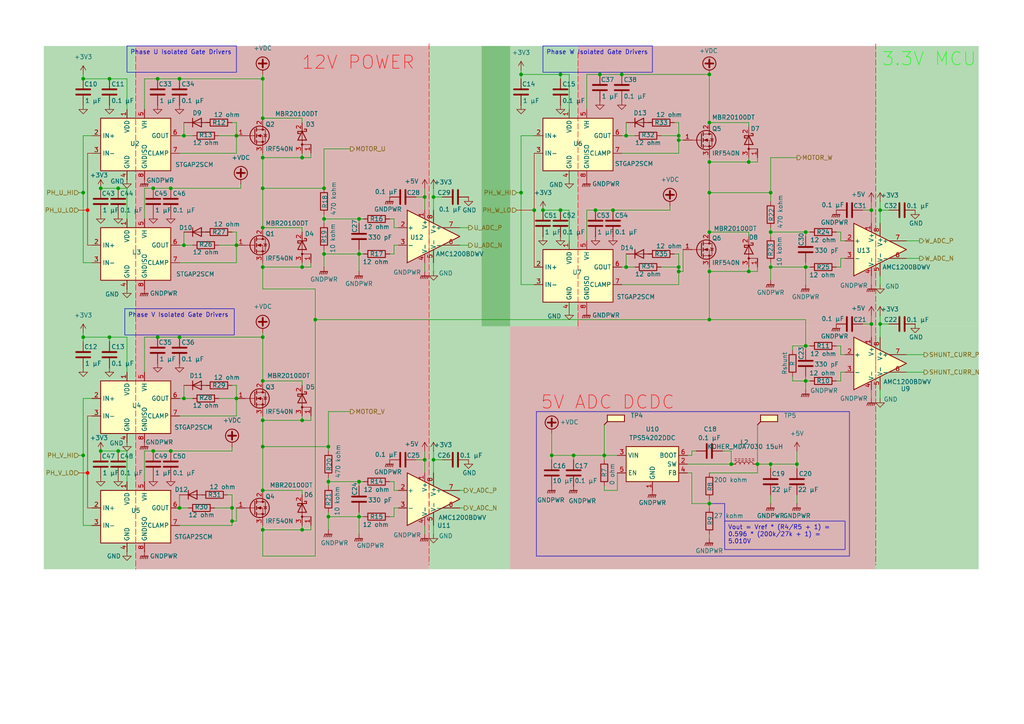
<source format=kicad_sch>
(kicad_sch (version 20231120) (generator "eeschema") (generator_version "8.0")
  (paper "A4")
  (junction (at 76.2 142.24))
  (junction (at 44.45 130.81))
  (junction (at 205.74 92.71))
  (junction (at 123.19 133.35))
  (junction (at 76.2 22.86))
  (junction (at 104.14 139.7))
  (junction (at 76.2 54.61))
  (junction (at 151.13 55.88))
  (junction (at 173.99 21.59))
  (junction (at 252.73 60.96))
  (junction (at 76.2 153.67))
  (junction (at 233.68 100.33))
  (junction (at 233.68 110.49))
  (junction (at 219.71 134.62))
  (junction (at 175.26 132.08))
  (junction (at 31.75 97.79))
  (junction (at 24.13 132.08))
  (junction (at 53.34 115.57))
  (junction (at 217.17 46.99))
  (junction (at 76.2 45.72))
  (junction (at 93.98 54.61))
  (junction (at 87.63 121.92))
  (junction (at 67.31 147.32))
  (junction (at 205.74 21.59))
  (junction (at 223.52 55.88))
  (junction (at 25.4 137.16) (color 255 0 0 1))
  (junction (at 95.25 149.86))
  (junction (at 29.21 54.61))
  (junction (at 255.27 93.98))
  (junction (at 76.2 97.79))
  (junction (at 53.34 39.37))
  (junction (at 205.74 55.88))
  (junction (at 180.34 21.59))
  (junction (at 162.56 21.59))
  (junction (at 76.2 34.29))
  (junction (at 205.74 46.99))
  (junction (at 52.07 97.79))
  (junction (at 154.94 60.96))
  (junction (at 205.74 67.31))
  (junction (at 76.2 129.54))
  (junction (at 76.2 77.47))
  (junction (at 44.45 54.61))
  (junction (at 31.75 22.86))
  (junction (at 87.63 153.67))
  (junction (at 53.34 71.12))
  (junction (at 68.58 71.12))
  (junction (at 205.74 146.05))
  (junction (at 29.21 130.81))
  (junction (at 95.25 129.54))
  (junction (at 45.72 97.79))
  (junction (at 217.17 78.74))
  (junction (at 104.14 149.86))
  (junction (at 87.63 77.47))
  (junction (at 104.14 73.66))
  (junction (at 24.13 22.86))
  (junction (at 25.4 60.96) (color 255 0 0 1))
  (junction (at 76.2 110.49))
  (junction (at 93.98 73.66))
  (junction (at 196.85 40.64))
  (junction (at 24.13 55.88))
  (junction (at 212.09 134.62))
  (junction (at 24.13 97.79))
  (junction (at 223.52 77.47))
  (junction (at 255.27 60.96))
  (junction (at 223.52 67.31))
  (junction (at 68.58 115.57))
  (junction (at 95.25 139.7))
  (junction (at 233.68 67.31))
  (junction (at 49.53 130.81))
  (junction (at 177.8 60.96))
  (junction (at 104.14 63.5))
  (junction (at 49.53 54.61))
  (junction (at 160.02 132.08))
  (junction (at 87.63 45.72))
  (junction (at 181.61 39.37))
  (junction (at 91.44 92.71))
  (junction (at 157.48 60.96))
  (junction (at 233.68 77.47))
  (junction (at 151.13 21.59))
  (junction (at 162.56 60.96))
  (junction (at 166.37 132.08))
  (junction (at 172.72 60.96))
  (junction (at 196.85 39.37))
  (junction (at 68.58 39.37))
  (junction (at 231.14 134.62))
  (junction (at 52.07 22.86))
  (junction (at 205.74 35.56))
  (junction (at 125.73 133.35))
  (junction (at 196.85 78.74))
  (junction (at 76.2 66.04))
  (junction (at 67.31 151.13))
  (junction (at 123.19 57.15))
  (junction (at 76.2 121.92))
  (junction (at 252.73 93.98))
  (junction (at 34.29 54.61))
  (junction (at 181.61 77.47))
  (junction (at 52.07 147.32))
  (junction (at 45.72 22.86))
  (junction (at 34.29 130.81))
  (junction (at 205.74 78.74))
  (junction (at 125.73 57.15))
  (junction (at 93.98 63.5))
  (junction (at 223.52 134.62))
  (junction (at 196.85 77.47))
  (wire (pts (xy 69.85 54.61) (xy 49.53 54.61)))
  (wire (pts (xy 196.85 35.56) (xy 196.85 39.37)))
  (wire (pts (xy 114.3 149.86) (xy 114.3 147.32)))
  (wire (pts (xy 154.94 60.96) (xy 154.94 77.47)) (stroke (width 0) (color 194 0 0 1)))
  (wire (pts (xy 233.68 92.71) (xy 233.68 100.33)))
  (wire (pts (xy 76.2 153.67) (xy 87.63 153.67)))
  (wire (pts (xy 34.29 54.61) (xy 36.83 54.61)))
  (wire (pts (xy 87.63 67.31) (xy 87.63 66.04)))
  (wire (pts (xy 104.14 63.5) (xy 105.41 63.5)))
  (polyline (pts (xy 210.185 151.13) (xy 210.185 146.05)))
  (wire (pts (xy 24.13 132.08) (xy 24.13 115.57)))
  (wire (pts (xy 76.2 77.47) (xy 87.63 77.47)))
  (wire (pts (xy 229.87 100.33) (xy 233.68 100.33)))
  (wire (pts (xy 113.03 139.7) (xy 114.3 139.7)))
  (wire (pts (xy 196.85 78.74) (xy 198.12 78.74)))
  (wire (pts (xy 255.27 80.01) (xy 255.27 82.55)))
  (wire (pts (xy 104.14 73.66) (xy 105.41 73.66)))
  (wire (pts (xy 114.3 71.12) (xy 115.57 71.12)))
  (wire (pts (xy 24.13 132.08) (xy 24.13 152.4)))
  (wire (pts (xy 52.07 143.51) (xy 52.07 147.32)))
  (wire (pts (xy 262.89 74.93) (xy 266.7 74.93)))
  (wire (pts (xy 24.13 55.88) (xy 24.13 76.2)))
  (wire (pts (xy 252.73 80.01) (xy 252.73 82.55)))
  (wire (pts (xy 219.71 77.47) (xy 219.71 78.74)))
  (wire (pts (xy 198.12 40.64) (xy 196.85 40.64)))
  (wire (pts (xy 229.87 109.22) (xy 229.87 110.49)))
  (wire (pts (xy 25.4 60.96) (xy 25.4 44.45)) (stroke (width 0) (color 194 0 0 1)))
  (wire (pts (xy 166.37 132.08) (xy 175.26 132.08)))
  (wire (pts (xy 113.03 73.66) (xy 114.3 73.66)))
  (wire (pts (xy 243.84 107.95) (xy 245.11 107.95)))
  (wire (pts (xy 90.17 45.72) (xy 87.63 45.72)))
  (wire (pts (xy 114.3 73.66) (xy 114.3 71.12)))
  (wire (pts (xy 67.31 151.13) (xy 68.58 151.13)))
  (wire (pts (xy 90.17 152.4) (xy 90.17 153.67)))
  (wire (pts (xy 125.73 133.35) (xy 125.73 137.16)))
  (wire (pts (xy 68.58 35.56) (xy 68.58 39.37)))
  (wire (pts (xy 52.07 76.2) (xy 68.58 76.2)))
  (wire (pts (xy 243.84 74.93) (xy 245.11 74.93)))
  (wire (pts (xy 76.2 21.59) (xy 76.2 22.86)))
  (wire (pts (xy 59.69 111.76) (xy 60.96 111.76)))
  (wire (pts (xy 200.66 137.16) (xy 200.66 146.05)))
  (wire (pts (xy 36.83 22.86) (xy 36.83 31.75)))
  (wire (pts (xy 59.69 67.31) (xy 60.96 67.31)))
  (wire (pts (xy 123.19 130.81) (xy 123.19 133.35)))
  (wire (pts (xy 113.03 149.86) (xy 114.3 149.86)))
  (wire (pts (xy 93.98 62.23) (xy 93.98 63.5)))
  (wire (pts (xy 250.19 93.98) (xy 252.73 93.98)))
  (wire (pts (xy 124.46 12.7) (xy 124.46 163.83)) (stroke (width 0) (type dash) (color 255 0 0 1)))
  (wire (pts (xy 200.66 146.05) (xy 205.74 146.05)))
  (wire (pts (xy 25.4 137.16) (xy 25.4 120.65)) (stroke (width 0) (color 194 0 0 1)))
  (wire (pts (xy 22.86 132.08) (xy 24.13 132.08)))
  (wire (pts (xy 254 12.7) (xy 254 163.83)) (stroke (width 0) (type dash) (color 255 0 0 1)))
  (wire (pts (xy 68.58 120.65) (xy 68.58 115.57)))
  (wire (pts (xy 76.2 77.47) (xy 76.2 83.82)))
  (wire (pts (xy 255.27 60.96) (xy 255.27 64.77)))
  (wire (pts (xy 76.2 44.45) (xy 76.2 45.72)))
  (wire (pts (xy 52.07 97.79) (xy 76.2 97.79)))
  (wire (pts (xy 233.68 76.2) (xy 233.68 77.47)))
  (wire (pts (xy 242.57 67.31) (xy 243.84 67.31)))
  (wire (pts (xy 170.18 60.96) (xy 170.18 69.85)))
  (wire (pts (xy 87.63 143.51) (xy 87.63 142.24)))
  (wire (pts (xy 52.07 22.86) (xy 76.2 22.86)))
  (wire (pts (xy 76.2 161.29) (xy 91.44 161.29)))
  (wire (pts (xy 24.13 96.52) (xy 24.13 97.79)))
  (wire (pts (xy 87.63 142.24) (xy 76.2 142.24)))
  (wire (pts (xy 243.84 67.31) (xy 243.84 69.85)))
  (wire (pts (xy 25.4 137.16) (xy 25.4 147.32)) (stroke (width 0) (color 194 0 0 1)))
  (wire (pts (xy 24.13 152.4) (xy 26.67 152.4)))
  (wire (pts (xy 31.75 97.79) (xy 24.13 97.79)))
  (wire (pts (xy 22.86 137.16) (xy 25.4 137.16)) (stroke (width 0) (color 194 0 0 1)))
  (wire (pts (xy 255.27 91.44) (xy 255.27 93.98)))
  (wire (pts (xy 157.48 60.96) (xy 162.56 60.96)))
  (wire (pts (xy 233.68 67.31) (xy 233.68 68.58)))
  (wire (pts (xy 175.26 132.08) (xy 179.07 132.08)))
  (wire (pts (xy 76.2 54.61) (xy 93.98 54.61)))
  (wire (pts (xy 233.68 77.47) (xy 234.95 77.47)))
  (wire (pts (xy 175.26 142.24) (xy 179.07 142.24)))
  (wire (pts (xy 165.1 60.96) (xy 165.1 69.85)))
  (wire (pts (xy 53.34 111.76) (xy 53.34 115.57)))
  (wire (pts (xy 133.35 66.04) (xy 135.89 66.04)))
  (wire (pts (xy 123.19 152.4) (xy 123.19 154.94)))
  (wire (pts (xy 114.3 63.5) (xy 114.3 66.04)))
  (wire (pts (xy 205.74 45.72) (xy 205.74 46.99)))
  (wire (pts (xy 217.17 46.99) (xy 217.17 45.72)))
  (wire (pts (xy 196.85 39.37) (xy 196.85 40.64)))
  (wire (pts (xy 67.31 143.51) (xy 67.31 147.32)))
  (wire (pts (xy 151.13 39.37) (xy 154.94 39.37)))
  (wire (pts (xy 198.12 78.74) (xy 198.12 72.39)))
  (wire (pts (xy 68.58 111.76) (xy 67.31 111.76)))
  (wire (pts (xy 166.37 133.35) (xy 166.37 132.08)))
  (wire (pts (xy 219.71 45.72) (xy 219.71 46.99)))
  (wire (pts (xy 114.3 147.32) (xy 115.57 147.32)))
  (wire (pts (xy 36.83 130.81) (xy 36.83 139.7)))
  (wire (pts (xy 205.74 137.16) (xy 219.71 137.16)))
  (wire (pts (xy 76.2 96.52) (xy 76.2 97.79)))
  (wire (pts (xy 52.07 115.57) (xy 53.34 115.57)))
  (wire (pts (xy 87.63 153.67) (xy 90.17 153.67)))
  (wire (pts (xy 90.17 77.47) (xy 87.63 77.47)))
  (wire (pts (xy 76.2 54.61) (xy 76.2 66.04)))
  (wire (pts (xy 63.5 71.12) (xy 68.58 71.12)))
  (wire (pts (xy 151.13 39.37) (xy 151.13 55.88)))
  (wire (pts (xy 212.09 134.62) (xy 212.09 130.81)))
  (wire (pts (xy 223.52 67.31) (xy 223.52 68.58)))
  (wire (pts (xy 200.66 137.16) (xy 199.39 137.16)))
  (wire (pts (xy 149.86 55.88) (xy 151.13 55.88)))
  (wire (pts (xy 52.07 152.4) (xy 67.31 152.4)))
  (wire (pts (xy 125.73 76.2) (xy 125.73 78.74)))
  (wire (pts (xy 69.85 53.34) (xy 69.85 54.61)))
  (wire (pts (xy 93.98 73.66) (xy 93.98 72.39)))
  (wire (pts (xy 181.61 39.37) (xy 184.15 39.37)))
  (wire (pts (xy 180.34 44.45) (xy 196.85 44.45)))
  (wire (pts (xy 194.31 60.96) (xy 177.8 60.96)))
  (wire (pts (xy 209.55 130.81) (xy 212.09 130.81)))
  (wire (pts (xy 217.17 36.83) (xy 217.17 35.56)))
  (wire (pts (xy 24.13 21.59) (xy 24.13 22.86)))
  (wire (pts (xy 41.91 22.86) (xy 41.91 31.75)))
  (wire (pts (xy 25.4 147.32) (xy 26.67 147.32)) (stroke (width 0) (color 194 0 0 1)))
  (wire (pts (xy 233.68 109.22) (xy 233.68 110.49)))
  (wire (pts (xy 231.14 134.62) (xy 223.52 134.62)))
  (wire (pts (xy 243.84 100.33) (xy 243.84 102.87)))
  (wire (pts (xy 90.17 121.92) (xy 87.63 121.92)))
  (wire (pts (xy 95.25 129.54) (xy 95.25 119.38)))
  (wire (pts (xy 262.89 102.87) (xy 267.97 102.87)))
  (wire (pts (xy 104.14 139.7) (xy 105.41 139.7)))
  (wire (pts (xy 53.34 67.31) (xy 53.34 71.12)))
  (wire (pts (xy 262.89 69.85) (xy 266.7 69.85)))
  (wire (pts (xy 205.74 92.71) (xy 233.68 92.71)))
  (wire (pts (xy 180.34 82.55) (xy 196.85 82.55)))
  (wire (pts (xy 205.74 78.74) (xy 217.17 78.74)))
  (wire (pts (xy 93.98 77.47) (xy 93.98 73.66)))
  (wire (pts (xy 255.27 93.98) (xy 255.27 97.79)))
  (wire (pts (xy 242.57 100.33) (xy 243.84 100.33)))
  (wire (pts (xy 172.72 60.96) (xy 177.8 60.96)))
  (wire (pts (xy 223.52 81.28) (xy 223.52 77.47)))
  (wire (pts (xy 181.61 35.56) (xy 181.61 39.37)))
  (wire (pts (xy 95.25 138.43) (xy 95.25 139.7)))
  (wire (pts (xy 41.91 54.61) (xy 44.45 54.61)))
  (wire (pts (xy 223.52 67.31) (xy 233.68 67.31)))
  (wire (pts (xy 217.17 68.58) (xy 217.17 67.31)))
  (wire (pts (xy 87.63 45.72) (xy 87.63 44.45)))
  (wire (pts (xy 180.34 77.47) (xy 181.61 77.47)))
  (wire (pts (xy 243.84 102.87) (xy 245.11 102.87)))
  (wire (pts (xy 219.71 137.16) (xy 219.71 134.62)))
  (wire (pts (xy 252.73 93.98) (xy 252.73 97.79)))
  (wire (pts (xy 223.52 77.47) (xy 233.68 77.47)))
  (wire (pts (xy 200.66 132.08) (xy 199.39 132.08)))
  (wire (pts (xy 120.65 133.35) (xy 123.19 133.35)))
  (wire (pts (xy 67.31 147.32) (xy 67.31 151.13)))
  (wire (pts (xy 162.56 21.59) (xy 151.13 21.59)))
  (wire (pts (xy 52.07 39.37) (xy 53.34 39.37)))
  (wire (pts (xy 223.52 45.72) (xy 223.52 55.88)))
  (wire (pts (xy 67.31 143.51) (xy 66.04 143.51)))
  (wire (pts (xy 76.2 153.67) (xy 76.2 161.29)))
  (wire (pts (xy 205.74 154.94) (xy 205.74 156.21)))
  (wire (pts (xy 250.19 60.96) (xy 252.73 60.96)))
  (wire (pts (xy 104.14 73.66) (xy 104.14 78.74)))
  (wire (pts (xy 173.99 21.59) (xy 180.34 21.59)))
  (wire (pts (xy 41.91 107.95) (xy 41.91 97.79)))
  (wire (pts (xy 62.23 147.32) (xy 67.31 147.32)))
  (wire (pts (xy 24.13 99.06) (xy 24.13 97.79)))
  (wire (pts (xy 205.74 77.47) (xy 205.74 78.74)))
  (wire (pts (xy 255.27 60.96) (xy 257.81 60.96)))
  (wire (pts (xy 104.14 139.7) (xy 104.14 140.97)))
  (wire (pts (xy 205.74 21.59) (xy 205.74 35.56)))
  (wire (pts (xy 24.13 55.88) (xy 24.13 39.37)))
  (wire (pts (xy 93.98 54.61) (xy 93.98 43.18)))
  (wire (pts (xy 242.57 77.47) (xy 243.84 77.47)))
  (wire (pts (xy 87.63 66.04) (xy 76.2 66.04)))
  (wire (pts (xy 151.13 82.55) (xy 154.94 82.55)))
  (wire (pts (xy 170.18 21.59) (xy 173.99 21.59)))
  (wire (pts (xy 31.75 22.86) (xy 24.13 22.86)))
  (wire (pts (xy 52.07 147.32) (xy 54.61 147.32)))
  (wire (pts (xy 233.68 67.31) (xy 234.95 67.31)))
  (wire (pts (xy 104.14 72.39) (xy 104.14 73.66)))
  (wire (pts (xy 39.37 13.97) (xy 39.37 165.1)) (stroke (width 0) (type dash) (color 255 0 0 1)))
  (wire (pts (xy 191.77 39.37) (xy 196.85 39.37)))
  (wire (pts (xy 36.83 97.79) (xy 31.75 97.79)))
  (wire (pts (xy 233.68 110.49) (xy 234.95 110.49)))
  (wire (pts (xy 231.14 130.81) (xy 231.14 134.62)))
  (wire (pts (xy 160.02 125.73) (xy 160.02 132.08)))
  (wire (pts (xy 217.17 67.31) (xy 205.74 67.31)))
  (wire (pts (xy 223.52 77.47) (xy 223.52 76.2)))
  (wire (pts (xy 91.44 92.71) (xy 91.44 161.29)))
  (wire (pts (xy 87.63 34.29) (xy 76.2 34.29)))
  (wire (pts (xy 175.26 132.08) (xy 175.26 133.35)))
  (wire (pts (xy 67.31 152.4) (xy 67.31 151.13)))
  (wire (pts (xy 41.91 22.86) (xy 45.72 22.86)))
  (wire (pts (xy 196.85 73.66) (xy 196.85 77.47)))
  (wire (pts (xy 63.5 115.57) (xy 68.58 115.57)))
  (wire (pts (xy 223.52 55.88) (xy 205.74 55.88)))
  (wire (pts (xy 233.68 100.33) (xy 234.95 100.33)))
  (wire (pts (xy 67.31 130.81) (xy 49.53 130.81)))
  (wire (pts (xy 191.77 77.47) (xy 196.85 77.47)))
  (wire (pts (xy 25.4 60.96) (xy 25.4 71.12)) (stroke (width 0) (color 194 0 0 1)))
  (wire (pts (xy 58.42 143.51) (xy 59.69 143.51)))
  (wire (pts (xy 205.74 46.99) (xy 205.74 55.88)))
  (wire (pts (xy 29.21 130.81) (xy 34.29 130.81)))
  (wire (pts (xy 53.34 71.12) (xy 55.88 71.12)))
  (wire (pts (xy 162.56 60.96) (xy 165.1 60.96)))
  (wire (pts (xy 262.89 107.95) (xy 267.97 107.95)))
  (wire (pts (xy 25.4 120.65) (xy 26.67 120.65)) (stroke (width 0) (color 194 0 0 1)))
  (wire (pts (xy 76.2 45.72) (xy 76.2 54.61)))
  (wire (pts (xy 194.31 60.96) (xy 194.31 59.69)))
  (wire (pts (xy 113.03 63.5) (xy 114.3 63.5)))
  (wire (pts (xy 95.25 149.86) (xy 104.14 149.86)))
  (wire (pts (xy 68.58 151.13) (xy 68.58 147.32)))
  (wire (pts (xy 95.25 129.54) (xy 76.2 129.54)))
  (wire (pts (xy 87.63 110.49) (xy 76.2 110.49)))
  (wire (pts (xy 175.26 140.97) (xy 175.26 142.24)))
  (wire (pts (xy 123.19 76.2) (xy 123.19 78.74)))
  (wire (pts (xy 231.14 134.62) (xy 231.14 135.89)))
  (wire (pts (xy 45.72 22.86) (xy 52.07 22.86)))
  (wire (pts (xy 125.73 57.15) (xy 125.73 60.96)))
  (wire (pts (xy 120.65 57.15) (xy 123.19 57.15)))
  (wire (pts (xy 123.19 133.35) (xy 123.19 137.16)))
  (wire (pts (xy 123.19 57.15) (xy 123.19 60.96)))
  (wire (pts (xy 114.3 139.7) (xy 114.3 142.24)))
  (wire (pts (xy 223.52 55.88) (xy 223.52 58.42)))
  (wire (pts (xy 31.75 22.86) (xy 36.83 22.86)))
  (wire (pts (xy 255.27 93.98) (xy 257.81 93.98)))
  (wire (pts (xy 217.17 78.74) (xy 217.17 77.47)))
  (wire (pts (xy 242.57 110.49) (xy 243.84 110.49)))
  (wire (pts (xy 255.27 113.03) (xy 255.27 115.57)))
  (wire (pts (xy 196.85 40.64) (xy 196.85 44.45)))
  (wire (pts (xy 95.25 139.7) (xy 95.25 140.97)))
  (wire (pts (xy 68.58 67.31) (xy 67.31 67.31)))
  (wire (pts (xy 160.02 133.35) (xy 160.02 132.08)))
  (wire (pts (xy 25.4 44.45) (xy 26.67 44.45)) (stroke (width 0) (color 194 0 0 1)))
  (wire (pts (xy 93.98 43.18) (xy 101.6 43.18)))
  (wire (pts (xy 76.2 22.86) (xy 76.2 34.29)))
  (wire (pts (xy 133.35 71.12) (xy 135.89 71.12)))
  (wire (pts (xy 76.2 45.72) (xy 87.63 45.72)))
  (wire (pts (xy 125.73 152.4) (xy 125.73 154.94)))
  (wire (pts (xy 154.94 44.45) (xy 154.94 60.96)) (stroke (width 0) (color 194 0 0 1)))
  (wire (pts (xy 44.45 130.81) (xy 49.53 130.81)))
  (wire (pts (xy 53.34 115.57) (xy 55.88 115.57)))
  (wire (pts (xy 41.91 97.79) (xy 45.72 97.79)))
  (wire (pts (xy 231.14 143.51) (xy 231.14 146.05)))
  (wire (pts (xy 53.34 39.37) (xy 55.88 39.37)))
  (wire (pts (xy 151.13 20.32) (xy 151.13 21.59)))
  (wire (pts (xy 34.29 130.81) (xy 36.83 130.81)))
  (wire (pts (xy 36.83 54.61) (xy 36.83 63.5)))
  (wire (pts (xy 229.87 110.49) (xy 233.68 110.49)))
  (wire (pts (xy 223.52 143.51) (xy 223.52 146.05)))
  (wire (pts (xy 200.66 130.81) (xy 200.66 132.08)))
  (wire (pts (xy 123.19 54.61) (xy 123.19 57.15)))
  (wire (pts (xy 52.07 120.65) (xy 68.58 120.65)))
  (wire (pts (xy 95.25 130.81) (xy 95.25 129.54)))
  (wire (pts (xy 104.14 149.86) (xy 105.41 149.86)))
  (wire (pts (xy 205.74 46.99) (xy 217.17 46.99)))
  (wire (pts (xy 149.86 60.96) (xy 154.94 60.96)) (stroke (width 0) (color 194 0 0 1)))
  (wire (pts (xy 22.86 55.88) (xy 24.13 55.88)))
  (wire (pts (xy 151.13 21.59) (xy 151.13 22.86)))
  (wire (pts (xy 24.13 39.37) (xy 26.67 39.37)))
  (wire (pts (xy 219.71 123.19) (xy 219.71 134.62)))
  (wire (pts (xy 41.91 54.61) (xy 41.91 63.5)))
  (wire (pts (xy 68.58 67.31) (xy 68.58 71.12)))
  (wire (pts (xy 68.58 44.45) (xy 68.58 39.37)))
  (wire (pts (xy 181.61 73.66) (xy 181.61 77.47)))
  (wire (pts (xy 125.73 133.35) (xy 128.27 133.35)))
  (wire (pts (xy 233.68 110.49) (xy 233.68 113.03)))
  (wire (pts (xy 187.96 35.56) (xy 189.23 35.56)))
  (wire (pts (xy 87.63 111.76) (xy 87.63 110.49)))
  (wire (pts (xy 76.2 121.92) (xy 87.63 121.92)))
  (wire (pts (xy 25.4 71.12) (xy 26.67 71.12)) (stroke (width 0) (color 194 0 0 1)))
  (wire (pts (xy 243.84 77.47) (xy 243.84 74.93)))
  (wire (pts (xy 170.18 21.59) (xy 170.18 31.75)))
  (wire (pts (xy 91.44 83.82) (xy 91.44 92.71)))
  (wire (pts (xy 114.3 142.24) (xy 115.57 142.24)))
  (wire (pts (xy 68.58 76.2) (xy 68.58 71.12)))
  (wire (pts (xy 196.85 77.47) (xy 196.85 78.74)))
  (wire (pts (xy 205.74 55.88) (xy 205.74 67.31)))
  (wire (pts (xy 114.3 66.04) (xy 115.57 66.04)))
  (wire (pts (xy 233.68 100.33) (xy 233.68 101.6)))
  (wire (pts (xy 179.07 142.24) (xy 179.07 137.16)))
  (wire (pts (xy 196.85 73.66) (xy 195.58 73.66)))
  (wire (pts (xy 133.35 147.32) (xy 134.62 147.32)))
  (wire (pts (xy 90.17 120.65) (xy 90.17 121.92)))
  (wire (pts (xy 252.73 58.42) (xy 252.73 60.96)))
  (wire (pts (xy 76.2 120.65) (xy 76.2 121.92)))
  (wire (pts (xy 205.74 147.32) (xy 205.74 146.05)))
  (wire (pts (xy 187.96 73.66) (xy 189.23 73.66)))
  (wire (pts (xy 180.34 21.59) (xy 205.74 21.59)))
  (wire (pts (xy 255.27 58.42) (xy 255.27 60.96)))
  (wire (pts (xy 76.2 152.4) (xy 76.2 153.67)))
  (wire (pts (xy 53.34 35.56) (xy 53.34 39.37)))
  (wire (pts (xy 243.84 69.85) (xy 245.11 69.85)))
  (wire (pts (xy 41.91 130.81) (xy 44.45 130.81)))
  (wire (pts (xy 68.58 111.76) (xy 68.58 115.57)))
  (wire (pts (xy 233.68 77.47) (xy 233.68 82.55)))
  (wire (pts (xy 67.31 129.54) (xy 67.31 130.81)))
  (wire (pts (xy 90.17 76.2) (xy 90.17 77.47)))
  (wire (pts (xy 59.69 35.56) (xy 60.96 35.56)))
  (wire (pts (xy 95.25 148.59) (xy 95.25 149.86)))
  (wire (pts (xy 76.2 76.2) (xy 76.2 77.47)))
  (wire (pts (xy 52.07 71.12) (xy 53.34 71.12)))
  (wire (pts (xy 133.35 142.24) (xy 134.62 142.24)))
  (wire (pts (xy 44.45 54.61) (xy 49.53 54.61)))
  (wire (pts (xy 95.25 149.86) (xy 95.25 153.67)))
  (wire (pts (xy 76.2 83.82) (xy 91.44 83.82)))
  (wire (pts (xy 87.63 77.47) (xy 87.63 76.2)))
  (wire (pts (xy 125.73 130.81) (xy 125.73 133.35)))
  (wire (pts (xy 125.73 54.61) (xy 125.73 57.15)))
  (wire (pts (xy 167.64 15.24) (xy 167.64 95.25)) (stroke (width 0) (type dash) (color 255 0 0 1)))
  (wire (pts (xy 180.34 39.37) (xy 181.61 39.37)))
  (wire (pts (xy 93.98 63.5) (xy 93.98 64.77)))
  (wire (pts (xy 91.44 92.71) (xy 205.74 92.71)))
  (wire (pts (xy 36.83 107.95) (xy 36.83 97.79)))
  (wire (pts (xy 41.91 130.81) (xy 41.91 139.7)))
  (wire (pts (xy 223.52 45.72) (xy 231.14 45.72)))
  (wire (pts (xy 87.63 35.56) (xy 87.63 34.29)))
  (wire (pts (xy 219.71 78.74) (xy 217.17 78.74)))
  (wire (pts (xy 29.21 54.61) (xy 34.29 54.61)))
  (wire (pts (xy 170.18 60.96) (xy 172.72 60.96)))
  (wire (pts (xy 104.14 148.59) (xy 104.14 149.86)))
  (wire (pts (xy 162.56 22.86) (xy 162.56 21.59)))
  (wire (pts (xy 223.52 66.04) (xy 223.52 67.31)))
  (wire (pts (xy 76.2 121.92) (xy 76.2 129.54)))
  (polyline (pts (xy 205.74 146.05) (xy 210.185 146.05)))
  (wire (pts (xy 252.73 91.44) (xy 252.73 93.98)))
  (wire (pts (xy 165.1 31.75) (xy 165.1 21.59)))
  (wire (pts (xy 24.13 76.2) (xy 26.67 76.2)))
  (wire (pts (xy 151.13 55.88) (xy 151.13 82.55)))
  (wire (pts (xy 205.74 78.74) (xy 205.74 92.71)))
  (wire (pts (xy 87.63 153.67) (xy 87.63 152.4)))
  (wire (pts (xy 22.86 60.96) (xy 25.4 60.96)) (stroke (width 0) (color 194 0 0 1)))
  (wire (pts (xy 200.66 130.81) (xy 201.93 130.81)))
  (wire (pts (xy 252.73 60.96) (xy 252.73 64.77)))
  (wire (pts (xy 219.71 46.99) (xy 217.17 46.99)))
  (wire (pts (xy 217.17 35.56) (xy 205.74 35.56)))
  (wire (pts (xy 196.85 35.56) (xy 195.58 35.56)))
  (wire (pts (xy 223.52 134.62) (xy 223.52 135.89)))
  (wire (pts (xy 95.25 139.7) (xy 104.14 139.7)))
  (wire (pts (xy 93.98 63.5) (xy 104.14 63.5)))
  (wire (pts (xy 165.1 21.59) (xy 162.56 21.59)))
  (wire (pts (xy 45.72 97.79) (xy 52.07 97.79)))
  (wire (pts (xy 125.73 57.15) (xy 128.27 57.15)))
  (wire (pts (xy 252.73 113.03) (xy 252.73 115.57)))
  (wire (pts (xy 52.07 44.45) (xy 68.58 44.45)))
  (wire (pts (xy 104.14 149.86) (xy 104.14 154.94)))
  (wire (pts (xy 104.14 63.5) (xy 104.14 64.77)))
  (wire (pts (xy 175.26 123.19) (xy 175.26 132.08)))
  (wire (pts (xy 93.98 73.66) (xy 104.14 73.66)))
  (wire (pts (xy 181.61 77.47) (xy 184.15 77.47)))
  (wire (pts (xy 87.63 121.92) (xy 87.63 120.65)))
  (wire (pts (xy 90.17 44.45) (xy 90.17 45.72)))
  (wire (pts (xy 95.25 119.38) (xy 101.6 119.38)))
  (wire (pts (xy 68.58 35.56) (xy 67.31 35.56)))
  (wire (pts (xy 31.75 99.06) (xy 31.75 97.79)))
  (wire (pts (xy 205.74 144.78) (xy 205.74 146.05)))
  (wire (pts (xy 24.13 115.57) (xy 26.67 115.57)))
  (wire (pts (xy 76.2 97.79) (xy 76.2 110.49)))
  (wire (pts (xy 229.87 100.33) (xy 229.87 101.6)))
  (wire (pts (xy 160.02 132.08) (xy 166.37 132.08)))
  (wire (pts (xy 243.84 110.49) (xy 243.84 107.95)))
  (wire (pts (xy 196.85 82.55) (xy 196.85 78.74)))
  (wire (pts (xy 63.5 39.37) (xy 68.58 39.37)))
  (wire (pts (xy 219.71 134.62) (xy 223.52 134.62)))
  (wire (pts (xy 76.2 129.54) (xy 76.2 142.24)))
  (wire (pts (xy 199.39 134.62) (xy 212.09 134.62)))
  (rectangle (start 124.46 13.335) (end 147.955 165.1) (stroke (width -0.0001)) (fill (type color) (color 0 132 0 0.3)))
  (rectangle (start 139.7 13.335) (end 167.64 94.615) (stroke (width -0.0001)) (fill (type color) (color 0 132 0 0.3)))
  (rectangle (start 167.64 13.335) (end 254 94.615) (stroke (width -0.0001)) (fill (type color) (color 132 0 0 0.3)))
  (rectangle (start 147.955 94.615) (end 254 165.1) (stroke (width -0.0001)) (fill (type color) (color 132 0 0 0.3)))
  (rectangle (start 155.575 119.38) (end 246.38 161.29))
  (rectangle (start 39.37 13.335) (end 124.46 165.1) (stroke (width -0.0001)) (fill (type color) (color 132 0 0 0.3)))
  (rectangle (start 254 94.615) (end 283.845 165.1) (stroke (width -0.0001)) (fill (type color) (color 0 132 0 0.3)))
  (rectangle (start 12.7 13.335) (end 39.37 165.1) (stroke (width -0.0001)) (fill (type color) (color 0 132 0 0.3)))
  (rectangle (start 254 13.335) (end 283.845 94.615) (stroke (width -0.0001)) (fill (type color) (color 0 132 0 0.3)))
  (text_box "Phase W Isolated Gate Drivers" (at 157.48 13.335 0) (size 31.75 7.62) (effects (font (size 1.27 1.27)) (justify left top)))
  (text_box "Phase V Isolated Gate Drivers" (at 36.195 89.535 0) (size 31.75 7.62) (effects (font (size 1.27 1.27)) (justify left top)))
  (text_box "Phase U Isolated Gate Drivers" (at 36.83 13.335 0) (size 31.75 7.62) (effects (font (size 1.27 1.27)) (justify left top)))
  (text_box "Vout = Vref * (R4/R5 + 1) = 0.596 * (200k/27k + 1) = 5.010V" (at 210.185 151.13 0) (size 34.925 8.255) (effects (font (size 1.27 1.27)) (justify left top)))
  (text "12V POWER" (at 103.886 18.288 0) (effects (font (size 3.81 3.81))))
  (text "3.3V MCU" (at 269.494 17.272 0) (effects (font (size 3.81 3.81))))
  (text "5V ADC DCDC" (at 176.276 116.84 0) (effects (font (size 3.81 3.81))))
  (hierarchical_label "PH_U_HI" (shape input) (at 22.86 55.88 180))
  (hierarchical_label "MOTOR_V" (shape output) (at 101.6 119.38 0))
  (hierarchical_label "PH_V_HI" (shape input) (at 22.86 132.08 180))
  (hierarchical_label "V_ADC_P" (shape output) (at 134.62 142.24 0))
  (hierarchical_label "U_ADC_N" (shape output) (at 135.89 71.12 0))
  (hierarchical_label "PH_V_LO" (shape input) (at 22.86 137.16 180))
  (hierarchical_label "SHUNT_CURR_N" (shape output) (at 267.97 107.95 0))
  (hierarchical_label "MOTOR_W" (shape output) (at 231.14 45.72 0))
  (hierarchical_label "V_ADC_N" (shape output) (at 134.62 147.32 0))
  (hierarchical_label "PH_W_LO" (shape input) (at 149.86 60.96 180))
  (hierarchical_label "MOTOR_U" (shape output) (at 101.6 43.18 0))
  (hierarchical_label "U_ADC_P" (shape output) (at 135.89 66.04 0))
  (hierarchical_label "W_ADC_P" (shape output) (at 266.7 69.85 0))
  (hierarchical_label "PH_U_LO" (shape input) (at 22.86 60.96 180))
  (hierarchical_label "SHUNT_CURR_P" (shape output) (at 267.97 102.87 0))
  (hierarchical_label "PH_W_HI" (shape input) (at 149.86 55.88 180))
  (hierarchical_label "W_ADC_N" (shape output) (at 266.7 74.93 0))
  (symbol (lib_id "power:GND") (at 44.45 138.43 0) (unit 1)
    (property "Reference" "#PWR0104" (effects (hide yes)))
    (property "Value" "GND" (effects (hide yes)))
    (property "Description" "Power symbol creates a global label with name \"GND\" , ground" (effects (hide yes)))
  )
  (symbol (lib_id "Driver_FET:STGAP2SCM") (at 39.37 73.66 0) (unit 1)
    (property "Reference" "U3" (at 39.624 73.152 0))
    (property "Value" "STGAP2SCM" (at 56.642 79.502 0))
    (property "Footprint" "Package_SO:SOIC-8_3.9x4.9mm_P1.27mm" (effects (hide yes)))
    (property "Datasheet" "https://www.st.com/resource/en/datasheet/stgap2s.pdf" (effects (hide yes)))
    (property "Description" "Galvanically isolated 4 A single gate driver, Single Output, Miller Clamp, SOIC-8" (effects (hide yes)))
  )
  (symbol (lib_name "RC0603FR-0712RL_1") (lib_id "#inventree:RC0603FR-0712RL") (at 63.5 111.76 90) (unit 1)
    (property "Reference" "R29" (at 63.5 111.76 90))
    (property "Value" "12 ohm" (at 65.786 109.474 90))
    (property "Footprint" "Resistor_SMD:R_0603_1608Metric_Pad0.98x0.95mm_HandSolder" (effects (hide yes)))
    (property "Datasheet" "http://10.0.0.41/media/attachments/part/95/PYu-RC_Group_51_RoHS_L_12.pdf" (effects (hide yes)))
    (property "Description" "RES 12 OHM 1% 1/10W 0603" (effects (hide yes)))
    (property "InvenTree" "95" (effects (hide yes)))
    (property "Mounting Type" "0603" (effects (hide yes)))
    (property "Package Type" "0603 (1608 Metric)" (effects (hide yes)))
    (property "Part URL" "http://10.0.0.41:7333/part/95/" (effects (hide yes)))
    (property "Rated Power" "0.1W, 1/10W" (effects (hide yes)))
    (property "Tolerance" "1%" (effects (hide yes)))
  )
  (symbol (lib_id "#inventree:CL21C331JCANNNC") (at 104.14 68.58 0) (unit 1)
    (property "Reference" "C27" (at 102.87 67.564 90) (effects (justify left)))
    (property "Value" "330 pF" (at 106.68 68.834 0) (effects (justify left)))
    (property "Footprint" "Capacitor_SMD:C_0805_2012Metric_Pad1.18x1.45mm_HandSolder" (effects (hide yes)))
    (property "Datasheet" "http://10.0.0.41/media/attachments/part/94/2304140030_Samsung-Electro-Mechanics-CL21C331JCANNNC_C46242.pdf" (effects (hide yes)))
    (property "Description" "CAP CER 330PF 100V C0G/NP0 0805" (effects (hide yes)))
    (property "InvenTree" "94" (effects (hide yes)))
    (property "Mounting Type" "Surface Mount, MLCC" (effects (hide yes)))
    (property "Package Type" "0805 (2012 Metric)" (effects (hide yes)))
    (property "Part URL" "http://10.0.0.41:7333/part/94/" (effects (hide yes)))
    (property "Rated Voltage" "100V" (effects (hide yes)))
    (property "Temperature Coefficient" "C0G, NP0" (effects (hide yes)))
    (property "Tolerance" "5%" (effects (hide yes)))
  )
  (symbol (lib_id "power:+5V") (at 252.73 91.44 0) (unit 1)
    (property "Reference" "#PWR060" (effects (hide yes)))
    (property "Value" "+5V" (at 248.92 89.408 0))
    (property "Description" "Power symbol creates a global label with name \"+5V\"" (effects (hide yes)))
  )
  (symbol (lib_id "power:GNDPWR") (at 242.57 93.98 0) (unit 1)
    (property "Reference" "#PWR062" (effects (hide yes)))
    (property "Value" "GNDPWR" (at 242.062 97.536 0))
    (property "Description" "Power symbol creates a global label with name \"GNDPWR\" , global ground" (effects (hide yes)))
  )
  (symbol (lib_id "#inventree:CL21X226MOYNNWE") (at 223.52 139.7 0) (unit 1)
    (property "Reference" "C19" (at 223.774 137.414 0) (effects (justify left)))
    (property "Value" "22 µF" (at 223.774 141.986 0) (effects (justify left)))
    (property "Footprint" "Capacitor_SMD:C_0805_2012Metric_Pad1.18x1.45mm_HandSolder" (effects (hide yes)))
    (property "Datasheet" "http://10.0.0.41/media/attachments/part/24/2206222045_Samsung-Electro-Mechanics-CL21X226MOYNNWE_C3039691.pdf" (effects (hide yes)))
    (property "Description" "CAP CER 22UF 16V X6S 0805" (effects (hide yes)))
    (property "InvenTree" "24" (effects (hide yes)))
    (property "Mounting Type" "Surface Mount, MLCC" (effects (hide yes)))
    (property "Package Type" "0805 (2012 Metric)" (effects (hide yes)))
    (property "Part URL" "http://10.0.0.41:7333/part/24/" (effects (hide yes)))
    (property "Rated Voltage" "16V" (effects (hide yes)))
    (property "Temperature Coefficient" "X6S" (effects (hide yes)))
    (property "Tolerance" "20%" (effects (hide yes)))
  )
  (symbol (lib_id "power:GND") (at 29.21 138.43 0) (unit 1)
    (property "Reference" "#PWR0102" (effects (hide yes)))
    (property "Value" "GND" (effects (hide yes)))
    (property "Description" "Power symbol creates a global label with name \"GND\" , ground" (effects (hide yes)))
  )
  (symbol (lib_id "Transistor_FET:IRF540N") (at 73.66 115.57 0) (unit 1)
    (property "Reference" "Q3" (at 76.962 112.268 0) (effects (justify left)))
    (property "Value" "IRF540N" (at 76.962 119.38 0) (effects (justify left)))
    (property "Footprint" "Package_TO_SOT_THT:TO-220-3_Horizontal_TabDown" (effects (hide yes)))
    (property "Datasheet" "http://www.irf.com/product-info/datasheets/data/irf540n.pdf" (effects (hide yes)))
    (property "Description" "33A Id, 100V Vds, HEXFET N-Channel MOSFET, TO-220" (effects (hide yes)))
  )
  (symbol (lib_id "power:+3V3") (at 24.13 21.59 0) (unit 1)
    (property "Reference" "#PWR025" (effects (hide yes)))
    (property "Value" "+3V3" (at 24.13 16.51 0))
    (property "Description" "Power symbol creates a global label with name \"+3V3\"" (effects (hide yes)))
  )
  (symbol (lib_id "power:GND") (at 173.99 29.21 0) (unit 1)
    (property "Reference" "#PWR092" (effects (hide yes)))
    (property "Value" "GND" (effects (hide yes)))
    (property "Description" "Power symbol creates a global label with name \"GND\" , ground" (effects (hide yes)))
  )
  (symbol (lib_id "#inventree:CL21B104KBCNNNC") (at 34.29 134.62 0) (unit 1)
    (property "Reference" "C48" (at 34.798 132.334 0) (effects (justify left)))
    (property "Value" "0.1 µF" (at 34.798 137.16 0) (effects (justify left)))
    (property "Footprint" "Capacitor_SMD:C_0805_2012Metric_Pad1.18x1.45mm_HandSolder" (effects (hide yes)))
    (property "Datasheet" "http://10.0.0.41/media/attachments/part/18/CL21B104KBCNNN_Spec.pdf" (effects (hide yes)))
    (property "Description" "CAP CER 0.1UF 50V X7R 0805" (effects (hide yes)))
    (property "InvenTree" "18" (effects (hide yes)))
    (property "Mounting Type" "Surface Mount, MLCC" (effects (hide yes)))
    (property "Package Type" "0805 (2012 Metric)" (effects (hide yes)))
    (property "Part URL" "http://10.0.0.41:7333/part/18/" (effects (hide yes)))
    (property "Rated Voltage" "50V" (effects (hide yes)))
    (property "Temperature Coefficient" "X7R" (effects (hide yes)))
    (property "Tolerance" "10%" (effects (hide yes)))
  )
  (symbol (lib_name "GND_3") (lib_id "power:GND") (at 125.73 78.74 0) (unit 1)
    (property "Reference" "#PWR076" (effects (hide yes)))
    (property "Value" "GND" (at 129.286 79.248 0))
    (property "Description" "Power symbol creates a global label with name \"GND\" , ground" (effects (hide yes)))
  )
  (symbol (lib_name "CL21B104KBCNNNC_1") (lib_id "#inventree:CL21B104KBCNNNC") (at 166.37 137.16 0) (unit 1)
    (property "Reference" "C17" (at 166.624 135.128 0) (effects (justify left)))
    (property "Value" "0.1 µF" (at 166.624 139.446 0) (effects (justify left)))
    (property "Footprint" "Capacitor_SMD:C_0805_2012Metric_Pad1.18x1.45mm_HandSolder" (effects (hide yes)))
    (property "Datasheet" "http://10.0.0.41/media/attachments/part/18/CL21B104KBCNNN_Spec.pdf" (effects (hide yes)))
    (property "Description" "CAP CER 0.1UF 50V X7R 0805" (effects (hide yes)))
    (property "InvenTree" "18" (effects (hide yes)))
    (property "Mounting Type" "Surface Mount, MLCC" (effects (hide yes)))
    (property "Package Type" "0805 (2012 Metric)" (effects (hide yes)))
    (property "Part URL" "http://10.0.0.41:7333/part/18/" (effects (hide yes)))
    (property "Rated Voltage" "50V" (effects (hide yes)))
    (property "Temperature Coefficient" "X7R" (effects (hide yes)))
    (property "Tolerance" "10%" (effects (hide yes)))
  )
  (symbol (lib_id "power:GNDPWR") (at 41.91 52.07 0) (unit 1)
    (property "Reference" "#PWR040" (effects (hide yes)))
    (property "Value" "GNDPWR" (at 46.482 52.324 0))
    (property "Description" "Power symbol creates a global label with name \"GNDPWR\" , global ground" (effects (hide yes)))
  )
  (symbol (lib_id "power:GND") (at 45.72 30.48 0) (unit 1)
    (property "Reference" "#PWR088" (effects (hide yes)))
    (property "Value" "GND" (effects (hide yes)))
    (property "Description" "Power symbol creates a global label with name \"GND\" , ground" (effects (hide yes)))
  )
  (symbol (lib_id "power:GND") (at 24.13 106.68 0) (unit 1)
    (property "Reference" "#PWR035" (effects (hide yes)))
    (property "Value" "GND" (effects (hide yes)))
    (property "Description" "Power symbol creates a global label with name \"GND\" , ground" (effects (hide yes)))
  )
  (symbol (lib_name "GND_3") (lib_id "power:GND") (at 165.1 90.17 0) (unit 1)
    (property "Reference" "#PWR030" (effects (hide yes)))
    (property "Value" "GND" (at 160.782 91.694 0))
    (property "Description" "Power symbol creates a global label with name \"GND\" , ground" (effects (hide yes)))
  )
  (symbol (lib_id "power:GNDPWR") (at 170.18 52.07 0) (unit 1)
    (property "Reference" "#PWR045" (effects (hide yes)))
    (property "Value" "GNDPWR" (at 175.768 53.34 0))
    (property "Description" "Power symbol creates a global label with name \"GNDPWR\" , global ground" (effects (hide yes)))
  )
  (symbol (lib_id "power:+5V") (at 123.19 130.81 0) (unit 1)
    (property "Reference" "#PWR066" (effects (hide yes)))
    (property "Value" "+5V" (at 119.38 128.778 0))
    (property "Description" "Power symbol creates a global label with name \"+5V\"" (effects (hide yes)))
  )
  (symbol (lib_id "power:GND") (at 172.72 68.58 0) (unit 1)
    (property "Reference" "#PWR0108" (effects (hide yes)))
    (property "Value" "GND" (effects (hide yes)))
    (property "Description" "Power symbol creates a global label with name \"GND\" , ground" (effects (hide yes)))
  )
  (symbol (lib_id "#inventree:RC0603FR-0712RL") (at 109.22 73.66 90) (unit 1)
    (property "Reference" "R17" (at 109.22 73.66 90))
    (property "Value" "12 ohm" (at 108.966 75.946 90))
    (property "Footprint" "Resistor_SMD:R_0603_1608Metric_Pad0.98x0.95mm_HandSolder" (effects (hide yes)))
    (property "Datasheet" "http://10.0.0.41/media/attachments/part/95/PYu-RC_Group_51_RoHS_L_12.pdf" (effects (hide yes)))
    (property "Description" "RES 12 OHM 1% 1/10W 0603" (effects (hide yes)))
    (property "InvenTree" "95" (effects (hide yes)))
    (property "Mounting Type" "0603" (effects (hide yes)))
    (property "Package Type" "0603 (1608 Metric)" (effects (hide yes)))
    (property "Part URL" "http://10.0.0.41:7333/part/95/" (effects (hide yes)))
    (property "Rated Power" "0.1W, 1/10W" (effects (hide yes)))
    (property "Tolerance" "1%" (effects (hide yes)))
  )
  (symbol (lib_id "power:GND") (at 49.53 138.43 0) (unit 1)
    (property "Reference" "#PWR0105" (effects (hide yes)))
    (property "Value" "GND" (effects (hide yes)))
    (property "Description" "Power symbol creates a global label with name \"GND\" , ground" (effects (hide yes)))
  )
  (symbol (lib_id "#inventree:RC0603FR-0712RL") (at 109.22 149.86 90) (unit 1)
    (property "Reference" "R15" (at 109.22 149.86 90))
    (property "Value" "12 ohm" (at 108.966 152.146 90))
    (property "Footprint" "Resistor_SMD:R_0603_1608Metric_Pad0.98x0.95mm_HandSolder" (effects (hide yes)))
    (property "Datasheet" "http://10.0.0.41/media/attachments/part/95/PYu-RC_Group_51_RoHS_L_12.pdf" (effects (hide yes)))
    (property "Description" "RES 12 OHM 1% 1/10W 0603" (effects (hide yes)))
    (property "InvenTree" "95" (effects (hide yes)))
    (property "Mounting Type" "0603" (effects (hide yes)))
    (property "Package Type" "0603 (1608 Metric)" (effects (hide yes)))
    (property "Part URL" "http://10.0.0.41:7333/part/95/" (effects (hide yes)))
    (property "Rated Power" "0.1W, 1/10W" (effects (hide yes)))
    (property "Tolerance" "1%" (effects (hide yes)))
  )
  (symbol (lib_id "#inventree:CL21B105KAFNNNE") (at 44.45 134.62 0) (unit 1)
    (property "Reference" "C49" (at 44.704 132.334 0) (effects (justify left)))
    (property "Value" "1 µF" (at 44.958 137.16 0) (effects (justify left)))
    (property "Footprint" "0805 (2012 Metric)" (effects (hide yes)))
    (property "Datasheet" "http://10.0.0.41/media/attachments/part/21/CL21B105KAFNNNE_Spec.pdf" (effects (hide yes)))
    (property "Description" "CAP CER 1UF 25V X7R 0805" (effects (hide yes)))
    (property "InvenTree" "21" (effects (hide yes)))
    (property "Mounting Type" "Surface Mount, MLCC" (effects (hide yes)))
    (property "Package Type" "0805 (2012 Metric)" (effects (hide yes)))
    (property "Part URL" "http://10.0.0.41:7333/part/21/" (effects (hide yes)))
    (property "Rated Voltage" "25V" (effects (hide yes)))
    (property "Temperature Coefficient" "X7R" (effects (hide yes)))
    (property "Tolerance" "10%" (effects (hide yes)))
  )
  (symbol (lib_id "power:GNDPWR") (at 233.68 113.03 0) (unit 1)
    (property "Reference" "#PWR049" (effects (hide yes)))
    (property "Value" "GNDPWR" (at 239.014 113.284 0))
    (property "Description" "Power symbol creates a global label with name \"GNDPWR\" , global ground" (effects (hide yes)))
  )
  (symbol (lib_id "power:GNDPWR") (at 242.57 60.96 0) (unit 1)
    (property "Reference" "#PWR082" (effects (hide yes)))
    (property "Value" "GNDPWR" (at 242.062 64.516 0))
    (property "Description" "Power symbol creates a global label with name \"GNDPWR\" , global ground" (effects (hide yes)))
  )
  (symbol (lib_id "power:GND") (at 151.13 30.48 0) (unit 1)
    (property "Reference" "#PWR038" (effects (hide yes)))
    (property "Value" "GND" (effects (hide yes)))
    (property "Description" "Power symbol creates a global label with name \"GND\" , ground" (effects (hide yes)))
  )
  (symbol (lib_name "CL21B104KBCNNNC_3") (lib_id "#inventree:CL21B104KBCNNNC") (at 116.84 133.35 90) (unit 1)
    (property "Reference" "C25" (at 119.888 132.08 90))
    (property "Value" "0.1 µF" (at 112.014 131.826 90))
    (property "Footprint" "Capacitor_SMD:C_0805_2012Metric_Pad1.18x1.45mm_HandSolder" (effects (hide yes)))
    (property "Datasheet" "http://10.0.0.41/media/attachments/part/18/CL21B104KBCNNN_Spec.pdf" (effects (hide yes)))
    (property "Description" "CAP CER 0.1UF 50V X7R 0805" (effects (hide yes)))
    (property "InvenTree" "18" (effects (hide yes)))
    (property "Mounting Type" "Surface Mount, MLCC" (effects (hide yes)))
    (property "Package Type" "0805 (2012 Metric)" (effects (hide yes)))
    (property "Part URL" "http://10.0.0.41:7333/part/18/" (effects (hide yes)))
    (property "Rated Voltage" "50V" (effects (hide yes)))
    (property "Temperature Coefficient" "X7R" (effects (hide yes)))
    (property "Tolerance" "10%" (effects (hide yes)))
  )
  (symbol (lib_name "RC0603FR-0712RL_1") (lib_id "#inventree:RC0603FR-0712RL") (at 59.69 71.12 90) (unit 1)
    (property "Reference" "R26" (at 59.69 70.866 90))
    (property "Value" "12 ohm" (at 59.69 73.152 90))
    (property "Footprint" "Resistor_SMD:R_0603_1608Metric_Pad0.98x0.95mm_HandSolder" (effects (hide yes)))
    (property "Datasheet" "http://10.0.0.41/media/attachments/part/95/PYu-RC_Group_51_RoHS_L_12.pdf" (effects (hide yes)))
    (property "Description" "RES 12 OHM 1% 1/10W 0603" (effects (hide yes)))
    (property "InvenTree" "95" (effects (hide yes)))
    (property "Mounting Type" "0603" (effects (hide yes)))
    (property "Package Type" "0603 (1608 Metric)" (effects (hide yes)))
    (property "Part URL" "http://10.0.0.41:7333/part/95/" (effects (hide yes)))
    (property "Rated Power" "0.1W, 1/10W" (effects (hide yes)))
    (property "Tolerance" "1%" (effects (hide yes)))
  )
  (symbol (lib_id "Device:L_Ferrite") (at 215.9 134.62 90) (unit 1)
    (property "Reference" "L2" (at 215.9 128.27 90))
    (property "Value" "KOHER_MDA7030 15uH" (at 216.154 129.54 90))
    (property "Footprint" "Inductor_SMD:L_KOHERelec_MDA7030" (effects (hide yes)))
    (property "Description" "Inductor with ferrite core" (effects (hide yes)))
  )
  (symbol (lib_id "power:+3V3") (at 29.21 130.81 0) (unit 1)
    (property "Reference" "#PWR0112" (effects (hide yes)))
    (property "Value" "+3V3" (at 28.702 127 0))
    (property "Description" "Power symbol creates a global label with name \"+3V3\"" (effects (hide yes)))
  )
  (symbol (lib_id "#inventree:CL21B105KAFNNNE") (at 151.13 26.67 0) (unit 1)
    (property "Reference" "C14" (at 151.384 24.384 0) (effects (justify left)))
    (property "Value" "1 µF" (at 151.638 29.21 0) (effects (justify left)))
    (property "Footprint" "0805 (2012 Metric)" (effects (hide yes)))
    (property "Datasheet" "http://10.0.0.41/media/attachments/part/21/CL21B105KAFNNNE_Spec.pdf" (effects (hide yes)))
    (property "Description" "CAP CER 1UF 25V X7R 0805" (effects (hide yes)))
    (property "InvenTree" "21" (effects (hide yes)))
    (property "Mounting Type" "Surface Mount, MLCC" (effects (hide yes)))
    (property "Package Type" "0805 (2012 Metric)" (effects (hide yes)))
    (property "Part URL" "http://10.0.0.41:7333/part/21/" (effects (hide yes)))
    (property "Rated Voltage" "25V" (effects (hide yes)))
    (property "Temperature Coefficient" "X7R" (effects (hide yes)))
    (property "Tolerance" "10%" (effects (hide yes)))
  )
  (symbol (lib_name "RC0603FR-0712RL_1") (lib_id "#inventree:RC0603FR-0712RL") (at 187.96 39.37 90) (unit 1)
    (property "Reference" "R32" (at 187.96 39.116 90))
    (property "Value" "12 ohm" (at 187.96 41.402 90))
    (property "Footprint" "Resistor_SMD:R_0603_1608Metric_Pad0.98x0.95mm_HandSolder" (effects (hide yes)))
    (property "Datasheet" "http://10.0.0.41/media/attachments/part/95/PYu-RC_Group_51_RoHS_L_12.pdf" (effects (hide yes)))
    (property "Description" "RES 12 OHM 1% 1/10W 0603" (effects (hide yes)))
    (property "InvenTree" "95" (effects (hide yes)))
    (property "Mounting Type" "0603" (effects (hide yes)))
    (property "Package Type" "0603 (1608 Metric)" (effects (hide yes)))
    (property "Part URL" "http://10.0.0.41:7333/part/95/" (effects (hide yes)))
    (property "Rated Power" "0.1W, 1/10W" (effects (hide yes)))
    (property "Tolerance" "1%" (effects (hide yes)))
  )
  (symbol (lib_id "power:GNDPWR") (at 95.25 153.67 0) (unit 1)
    (property "Reference" "#PWR079" (effects (hide yes)))
    (property "Value" "GNDPWR" (at 97.028 157.48 0))
    (property "Description" "Power symbol creates a global label with name \"GNDPWR\" , global ground" (effects (hide yes)))
  )
  (symbol (lib_name "CL21B104KBCNNNC_3") (lib_id "#inventree:CL21B104KBCNNNC") (at 261.62 60.96 270) (unit 1)
    (property "Reference" "C32" (at 258.318 59.69 90))
    (property "Value" "0.1 µF" (at 266.192 59.69 90))
    (property "Footprint" "Capacitor_SMD:C_0805_2012Metric_Pad1.18x1.45mm_HandSolder" (effects (hide yes)))
    (property "Datasheet" "http://10.0.0.41/media/attachments/part/18/CL21B104KBCNNN_Spec.pdf" (effects (hide yes)))
    (property "Description" "CAP CER 0.1UF 50V X7R 0805" (effects (hide yes)))
    (property "InvenTree" "18" (effects (hide yes)))
    (property "Mounting Type" "Surface Mount, MLCC" (effects (hide yes)))
    (property "Package Type" "0805 (2012 Metric)" (effects (hide yes)))
    (property "Part URL" "http://10.0.0.41:7333/part/18/" (effects (hide yes)))
    (property "Rated Voltage" "50V" (effects (hide yes)))
    (property "Temperature Coefficient" "X7R" (effects (hide yes)))
    (property "Tolerance" "10%" (effects (hide yes)))
  )
  (symbol (lib_id "#inventree:RC0603FR-0712RL") (at 109.22 63.5 90) (unit 1)
    (property "Reference" "R16" (at 109.22 63.5 90))
    (property "Value" "12 ohm" (at 109.22 65.786 90))
    (property "Footprint" "Resistor_SMD:R_0603_1608Metric_Pad0.98x0.95mm_HandSolder" (effects (hide yes)))
    (property "Datasheet" "http://10.0.0.41/media/attachments/part/95/PYu-RC_Group_51_RoHS_L_12.pdf" (effects (hide yes)))
    (property "Description" "RES 12 OHM 1% 1/10W 0603" (effects (hide yes)))
    (property "InvenTree" "95" (effects (hide yes)))
    (property "Mounting Type" "0603" (effects (hide yes)))
    (property "Package Type" "0603 (1608 Metric)" (effects (hide yes)))
    (property "Part URL" "http://10.0.0.41:7333/part/95/" (effects (hide yes)))
    (property "Rated Power" "0.1W, 1/10W" (effects (hide yes)))
    (property "Tolerance" "1%" (effects (hide yes)))
  )
  (symbol (lib_id "Driver_FET:STGAP2SCM") (at 167.64 80.01 0) (unit 1)
    (property "Reference" "U7" (at 167.386 78.994 0))
    (property "Value" "STGAP2SCM" (at 184.404 86.106 0))
    (property "Footprint" "Package_SO:SOIC-8_3.9x4.9mm_P1.27mm" (effects (hide yes)))
    (property "Datasheet" "https://www.st.com/resource/en/datasheet/stgap2s.pdf" (effects (hide yes)))
    (property "Description" "Galvanically isolated 4 A single gate driver, Single Output, Miller Clamp, SOIC-8" (effects (hide yes)))
  )
  (symbol (lib_id "power:GNDPWR") (at 252.73 115.57 0) (unit 1)
    (property "Reference" "#PWR050" (effects (hide yes)))
    (property "Value" "GNDPWR" (at 247.65 115.57 0))
    (property "Description" "Power symbol creates a global label with name \"GNDPWR\" , global ground" (effects (hide yes)))
  )
  (symbol (lib_id "Connector:TestPoint_Flag") (at 175.26 123.19 0) (unit 1)
    (property "Reference" "TP4" (at 182.88 120.5229 0) (effects (justify left)))
    (property "Value" "TestPoint_Flag" (effects (hide yes)))
    (property "Footprint" "TestPoint:TestPoint_Plated_Hole_D2.0mm" (effects (hide yes)))
    (property "Description" "test point (alternative flag-style design)" (effects (hide yes)))
  )
  (symbol (lib_id "power:+VDC") (at 76.2 21.59 0) (unit 1)
    (property "Reference" "#PWR046" (effects (hide yes)))
    (property "Value" "+VDC" (at 76.2 13.97 0))
    (property "Description" "Power symbol creates a global label with name \"+VDC\"" (effects (hide yes)))
  )
  (symbol (lib_id "power:GND") (at 157.48 68.58 0) (unit 1)
    (property "Reference" "#PWR0106" (effects (hide yes)))
    (property "Value" "GND" (effects (hide yes)))
    (property "Description" "Power symbol creates a global label with name \"GND\" , ground" (effects (hide yes)))
  )
  (symbol (lib_id "power:+5V") (at 123.19 54.61 0) (unit 1)
    (property "Reference" "#PWR073" (effects (hide yes)))
    (property "Value" "+5V" (at 119.38 52.578 0))
    (property "Description" "Power symbol creates a global label with name \"+5V\"" (effects (hide yes)))
  )
  (symbol (lib_name "RC0603FR-0712RL_1") (lib_id "#inventree:RC0603FR-0712RL") (at 63.5 35.56 90) (unit 1)
    (property "Reference" "R12" (at 63.5 35.56 90))
    (property "Value" "12 ohm" (at 65.786 33.274 90))
    (property "Footprint" "Resistor_SMD:R_0603_1608Metric_Pad0.98x0.95mm_HandSolder" (effects (hide yes)))
    (property "Datasheet" "http://10.0.0.41/media/attachments/part/95/PYu-RC_Group_51_RoHS_L_12.pdf" (effects (hide yes)))
    (property "Description" "RES 12 OHM 1% 1/10W 0603" (effects (hide yes)))
    (property "InvenTree" "95" (effects (hide yes)))
    (property "Mounting Type" "0603" (effects (hide yes)))
    (property "Package Type" "0603 (1608 Metric)" (effects (hide yes)))
    (property "Part URL" "http://10.0.0.41:7333/part/95/" (effects (hide yes)))
    (property "Rated Power" "0.1W, 1/10W" (effects (hide yes)))
    (property "Tolerance" "1%" (effects (hide yes)))
  )
  (symbol (lib_id "#inventree:CL21C331JCANNNC") (at 233.68 72.39 0) (unit 1)
    (property "Reference" "C30" (at 232.41 71.374 90) (effects (justify left)))
    (property "Value" "330 pF" (at 236.22 72.644 0) (effects (justify left)))
    (property "Footprint" "Capacitor_SMD:C_0805_2012Metric_Pad1.18x1.45mm_HandSolder" (effects (hide yes)))
    (property "Datasheet" "http://10.0.0.41/media/attachments/part/94/2304140030_Samsung-Electro-Mechanics-CL21C331JCANNNC_C46242.pdf" (effects (hide yes)))
    (property "Description" "CAP CER 330PF 100V C0G/NP0 0805" (effects (hide yes)))
    (property "InvenTree" "94" (effects (hide yes)))
    (property "Mounting Type" "Surface Mount, MLCC" (effects (hide yes)))
    (property "Package Type" "0805 (2012 Metric)" (effects (hide yes)))
    (property "Part URL" "http://10.0.0.41:7333/part/94/" (effects (hide yes)))
    (property "Rated Voltage" "100V" (effects (hide yes)))
    (property "Temperature Coefficient" "C0G, NP0" (effects (hide yes)))
    (property "Tolerance" "5%" (effects (hide yes)))
  )
  (symbol (lib_id "power:GNDPWR") (at 123.19 154.94 0) (unit 1)
    (property "Reference" "#PWR067" (effects (hide yes)))
    (property "Value" "GNDPWR" (at 118.11 155.194 0))
    (property "Description" "Power symbol creates a global label with name \"GNDPWR\" , global ground" (effects (hide yes)))
  )
  (symbol (lib_id "Regulator_Switching:TPS54202DDC") (at 189.23 134.62 0) (unit 1)
    (property "Reference" "U10" (at 189.23 124.46 0))
    (property "Value" "TPS54202DDC" (at 189.23 127 0))
    (property "Footprint" "Package_TO_SOT_SMD:SOT-23-6_Handsoldering" (effects (hide yes)))
    (property "Datasheet" "http://www.ti.com/lit/ds/symlink/tps54202.pdf" (effects (hide yes)))
    (property "Description" "2A, 4.5 to 28V Input, EMI Friendly integrated switch synchronous step-down regulator, pulse-skipping, SOT-23-6" (effects (hide yes)))
  )
  (symbol (lib_id "power:GNDPWR") (at 205.74 156.21 0) (unit 1)
    (property "Reference" "#PWR055" (effects (hide yes)))
    (property "Value" "GNDPWR" (at 205.74 159.766 0))
    (property "Description" "Power symbol creates a global label with name \"GNDPWR\" , global ground" (effects (hide yes)))
  )
  (symbol (lib_id "power:GNDPWR") (at 223.52 81.28 0) (unit 1)
    (property "Reference" "#PWR080" (effects (hide yes)))
    (property "Value" "GNDPWR" (at 223.52 84.836 0))
    (property "Description" "Power symbol creates a global label with name \"GNDPWR\" , global ground" (effects (hide yes)))
  )
  (symbol (lib_name "CL21B104KBCNNNC_2") (lib_id "#inventree:CL21B104KBCNNNC") (at 205.74 130.81 90) (unit 1)
    (property "Reference" "C18" (at 205.994 124.46 90))
    (property "Value" "0.1 µF" (at 205.74 127 90))
    (property "Footprint" "Capacitor_SMD:C_0805_2012Metric_Pad1.18x1.45mm_HandSolder" (effects (hide yes)))
    (property "Datasheet" "http://10.0.0.41/media/attachments/part/18/CL21B104KBCNNN_Spec.pdf" (effects (hide yes)))
    (property "Description" "CAP CER 0.1UF 50V X7R 0805" (effects (hide yes)))
    (property "InvenTree" "18" (effects (hide yes)))
    (property "Mounting Type" "Surface Mount, MLCC" (effects (hide yes)))
    (property "Package Type" "0805 (2012 Metric)" (effects (hide yes)))
    (property "Part URL" "http://10.0.0.41:7333/part/18/" (effects (hide yes)))
    (property "Rated Voltage" "50V" (effects (hide yes)))
    (property "Temperature Coefficient" "X7R" (effects (hide yes)))
    (property "Tolerance" "10%" (effects (hide yes)))
  )
  (symbol (lib_name "GND_3") (lib_id "power:GND") (at 135.89 133.35 0) (unit 1)
    (property "Reference" "#PWR070" (effects (hide yes)))
    (property "Value" "GND" (at 136.144 137.16 0))
    (property "Description" "Power symbol creates a global label with name \"GND\" , ground" (effects (hide yes)))
  )
  (symbol (lib_id "power:GNDPWR") (at 166.37 140.97 0) (unit 1)
    (property "Reference" "#PWR053" (effects (hide yes)))
    (property "Value" "GNDPWR" (at 168.91 145.288 0))
    (property "Description" "Power symbol creates a global label with name \"GNDPWR\" , global ground" (effects (hide yes)))
  )
  (symbol (lib_id "#inventree:RC0603FR-0710KL") (at 95.25 144.78 0) (unit 1)
    (property "Reference" "R21" (at 95.25 146.812 90) (effects (justify left)))
    (property "Value" "10 kohm" (at 97.79 149.606 90) (effects (justify left)))
    (property "Footprint" "Resistor_SMD:R_0603_1608Metric_Pad0.98x0.95mm_HandSolder" (effects (hide yes)))
    (property "Datasheet" "http://10.0.0.41/media/attachments/part/97/PYu-RC_Group_51_RoHS_L_12.pdf" (effects (hide yes)))
    (property "Description" "RES 10K OHM 1% 1/10W 0603" (effects (hide yes)))
    (property "InvenTree" "97" (effects (hide yes)))
    (property "Mounting Type" "0603" (effects (hide yes)))
    (property "Package Type" "0603 (1608 Metric)" (effects (hide yes)))
    (property "Part URL" "http://10.0.0.41:7333/part/97/" (effects (hide yes)))
    (property "Rated Power" "0.1W, 1/10W" (effects (hide yes)))
    (property "Tolerance" "1%" (effects (hide yes)))
  )
  (symbol (lib_name "RC0603FR-0712RL_1") (lib_id "#inventree:RC0603FR-0712RL") (at 62.23 143.51 90) (unit 1)
    (property "Reference" "R31" (at 62.23 143.51 90))
    (property "Value" "12 ohm" (at 64.516 141.224 90))
    (property "Footprint" "Resistor_SMD:R_0603_1608Metric_Pad0.98x0.95mm_HandSolder" (effects (hide yes)))
    (property "Datasheet" "http://10.0.0.41/media/attachments/part/95/PYu-RC_Group_51_RoHS_L_12.pdf" (effects (hide yes)))
    (property "Description" "RES 12 OHM 1% 1/10W 0603" (effects (hide yes)))
    (property "InvenTree" "95" (effects (hide yes)))
    (property "Mounting Type" "0603" (effects (hide yes)))
    (property "Package Type" "0603 (1608 Metric)" (effects (hide yes)))
    (property "Part URL" "http://10.0.0.41:7333/part/95/" (effects (hide yes)))
    (property "Rated Power" "0.1W, 1/10W" (effects (hide yes)))
    (property "Tolerance" "1%" (effects (hide yes)))
  )
  (symbol (lib_id "#inventree:CL21C331JCANNNC") (at 233.68 105.41 0) (unit 1)
    (property "Reference" "C23" (at 232.41 104.394 90) (effects (justify left)))
    (property "Value" "330 pF" (at 236.22 105.664 0) (effects (justify left)))
    (property "Footprint" "Capacitor_SMD:C_0805_2012Metric_Pad1.18x1.45mm_HandSolder" (effects (hide yes)))
    (property "Datasheet" "http://10.0.0.41/media/attachments/part/94/2304140030_Samsung-Electro-Mechanics-CL21C331JCANNNC_C46242.pdf" (effects (hide yes)))
    (property "Description" "CAP CER 330PF 100V C0G/NP0 0805" (effects (hide yes)))
    (property "InvenTree" "94" (effects (hide yes)))
    (property "Mounting Type" "Surface Mount, MLCC" (effects (hide yes)))
    (property "Package Type" "0805 (2012 Metric)" (effects (hide yes)))
    (property "Part URL" "http://10.0.0.41:7333/part/94/" (effects (hide yes)))
    (property "Rated Voltage" "100V" (effects (hide yes)))
    (property "Temperature Coefficient" "C0G, NP0" (effects (hide yes)))
    (property "Tolerance" "5%" (effects (hide yes)))
  )
  (symbol (lib_id "#inventree:RC0603FR-0712RL") (at 238.76 100.33 90) (unit 1)
    (property "Reference" "R11" (at 238.76 100.33 90))
    (property "Value" "12 ohm" (at 238.76 102.616 90))
    (property "Footprint" "Resistor_SMD:R_0603_1608Metric_Pad0.98x0.95mm_HandSolder" (effects (hide yes)))
    (property "Datasheet" "http://10.0.0.41/media/attachments/part/95/PYu-RC_Group_51_RoHS_L_12.pdf" (effects (hide yes)))
    (property "Description" "RES 12 OHM 1% 1/10W 0603" (effects (hide yes)))
    (property "InvenTree" "95" (effects (hide yes)))
    (property "Mounting Type" "0603" (effects (hide yes)))
    (property "Package Type" "0603 (1608 Metric)" (effects (hide yes)))
    (property "Part URL" "http://10.0.0.41:7333/part/95/" (effects (hide yes)))
    (property "Rated Power" "0.1W, 1/10W" (effects (hide yes)))
    (property "Tolerance" "1%" (effects (hide yes)))
  )
  (symbol (lib_name "RC0603FR-0712RL_1") (lib_id "#inventree:RC0603FR-0712RL") (at 59.69 39.37 90) (unit 1)
    (property "Reference" "R13" (at 59.69 39.116 90))
    (property "Value" "12 ohm" (at 59.69 41.402 90))
    (property "Footprint" "Resistor_SMD:R_0603_1608Metric_Pad0.98x0.95mm_HandSolder" (effects (hide yes)))
    (property "Datasheet" "http://10.0.0.41/media/attachments/part/95/PYu-RC_Group_51_RoHS_L_12.pdf" (effects (hide yes)))
    (property "Description" "RES 12 OHM 1% 1/10W 0603" (effects (hide yes)))
    (property "InvenTree" "95" (effects (hide yes)))
    (property "Mounting Type" "0603" (effects (hide yes)))
    (property "Package Type" "0603 (1608 Metric)" (effects (hide yes)))
    (property "Part URL" "http://10.0.0.41:7333/part/95/" (effects (hide yes)))
    (property "Rated Power" "0.1W, 1/10W" (effects (hide yes)))
    (property "Tolerance" "1%" (effects (hide yes)))
  )
  (symbol (lib_id "#inventree:CL21B104KBCNNNC") (at 49.53 134.62 0) (unit 1)
    (property "Reference" "C50" (at 50.038 132.334 0) (effects (justify left)))
    (property "Value" "0.1 µF" (at 50.038 137.16 0) (effects (justify left)))
    (property "Footprint" "Capacitor_SMD:C_0805_2012Metric_Pad1.18x1.45mm_HandSolder" (effects (hide yes)))
    (property "Datasheet" "http://10.0.0.41/media/attachments/part/18/CL21B104KBCNNN_Spec.pdf" (effects (hide yes)))
    (property "Description" "CAP CER 0.1UF 50V X7R 0805" (effects (hide yes)))
    (property "InvenTree" "18" (effects (hide yes)))
    (property "Mounting Type" "Surface Mount, MLCC" (effects (hide yes)))
    (property "Package Type" "0805 (2012 Metric)" (effects (hide yes)))
    (property "Part URL" "http://10.0.0.41:7333/part/18/" (effects (hide yes)))
    (property "Rated Voltage" "50V" (effects (hide yes)))
    (property "Temperature Coefficient" "X7R" (effects (hide yes)))
    (property "Tolerance" "10%" (effects (hide yes)))
  )
  (symbol (lib_id "power:+VDC") (at 205.74 21.59 0) (unit 1)
    (property "Reference" "#PWR047" (effects (hide yes)))
    (property "Value" "+VDC" (at 205.486 14.732 0))
    (property "Description" "Power symbol creates a global label with name \"+VDC\"" (effects (hide yes)))
  )
  (symbol (lib_id "power:GND") (at 162.56 30.48 0) (unit 1)
    (property "Reference" "#PWR039" (effects (hide yes)))
    (property "Value" "GND" (effects (hide yes)))
    (property "Description" "Power symbol creates a global label with name \"GND\" , ground" (effects (hide yes)))
  )
  (symbol (lib_name "GND_1") (lib_id "power:GND") (at 165.1 52.07 0) (unit 1)
    (property "Reference" "#PWR031" (effects (hide yes)))
    (property "Value" "GND" (at 161.29 53.594 0))
    (property "Description" "Power symbol creates a global label with name \"GND\" , ground" (effects (hide yes)))
  )
  (symbol (lib_id "power:GND") (at 29.21 62.23 0) (unit 1)
    (property "Reference" "#PWR098" (effects (hide yes)))
    (property "Value" "GND" (effects (hide yes)))
    (property "Description" "Power symbol creates a global label with name \"GND\" , ground" (effects (hide yes)))
  )
  (symbol (lib_id "#inventree:CL21B104KBCNNNC") (at 180.34 25.4 0) (unit 1)
    (property "Reference" "C38" (at 180.848 23.114 0) (effects (justify left)))
    (property "Value" "0.1 µF" (at 180.848 27.94 0) (effects (justify left)))
    (property "Footprint" "Capacitor_SMD:C_0805_2012Metric_Pad1.18x1.45mm_HandSolder" (effects (hide yes)))
    (property "Datasheet" "http://10.0.0.41/media/attachments/part/18/CL21B104KBCNNN_Spec.pdf" (effects (hide yes)))
    (property "Description" "CAP CER 0.1UF 50V X7R 0805" (effects (hide yes)))
    (property "InvenTree" "18" (effects (hide yes)))
    (property "Mounting Type" "Surface Mount, MLCC" (effects (hide yes)))
    (property "Package Type" "0805 (2012 Metric)" (effects (hide yes)))
    (property "Part URL" "http://10.0.0.41:7333/part/18/" (effects (hide yes)))
    (property "Rated Voltage" "50V" (effects (hide yes)))
    (property "Temperature Coefficient" "X7R" (effects (hide yes)))
    (property "Tolerance" "10%" (effects (hide yes)))
  )
  (symbol (lib_id "power:GNDPWR") (at 160.02 140.97 0) (unit 1)
    (property "Reference" "#PWR052" (effects (hide yes)))
    (property "Value" "GNDPWR" (at 159.766 145.034 0))
    (property "Description" "Power symbol creates a global label with name \"GNDPWR\" , global ground" (effects (hide yes)))
  )
  (symbol (lib_id "#inventree:RC0603FR-07470KL") (at 93.98 58.42 0) (unit 1)
    (property "Reference" "R18" (at 94.234 60.452 90) (effects (justify left)))
    (property "Value" "470 kohm" (at 96.774 62.484 90) (effects (justify left)))
    (property "Footprint" "Resistor_SMD:R_0603_1608Metric_Pad0.98x0.95mm_HandSolder" (effects (hide yes)))
    (property "Datasheet" "http://10.0.0.41/media/attachments/part/96/PYu-RC_Group_51_RoHS_L_12.pdf" (effects (hide yes)))
    (property "Description" "RES 470K OHM 1% 1/10W 0603" (effects (hide yes)))
    (property "InvenTree" "96" (effects (hide yes)))
    (property "Mounting Type" "0603" (effects (hide yes)))
    (property "Package Type" "0603 (1608 Metric)" (effects (hide yes)))
    (property "Part URL" "http://10.0.0.41:7333/part/96/" (effects (hide yes)))
    (property "Rated Power" "0.1W, 1/10W" (effects (hide yes)))
    (property "Tolerance" "1%" (effects (hide yes)))
  )
  (symbol (lib_id "#inventree:CL21B104KBCNNNC") (at 162.56 26.67 0) (unit 1)
    (property "Reference" "C15" (at 163.068 24.384 0) (effects (justify left)))
    (property "Value" "0.1 µF" (at 163.068 29.21 0) (effects (justify left)))
    (property "Footprint" "Capacitor_SMD:C_0805_2012Metric_Pad1.18x1.45mm_HandSolder" (effects (hide yes)))
    (property "Datasheet" "http://10.0.0.41/media/attachments/part/18/CL21B104KBCNNN_Spec.pdf" (effects (hide yes)))
    (property "Description" "CAP CER 0.1UF 50V X7R 0805" (effects (hide yes)))
    (property "InvenTree" "18" (effects (hide yes)))
    (property "Mounting Type" "Surface Mount, MLCC" (effects (hide yes)))
    (property "Package Type" "0805 (2012 Metric)" (effects (hide yes)))
    (property "Part URL" "http://10.0.0.41:7333/part/18/" (effects (hide yes)))
    (property "Rated Voltage" "50V" (effects (hide yes)))
    (property "Temperature Coefficient" "X7R" (effects (hide yes)))
    (property "Tolerance" "10%" (effects (hide yes)))
  )
  (symbol (lib_id "power:GNDPWR") (at 252.73 82.55 0) (unit 1)
    (property "Reference" "#PWR084" (effects (hide yes)))
    (property "Value" "GNDPWR" (at 247.65 82.804 0))
    (property "Description" "Power symbol creates a global label with name \"GNDPWR\" , global ground" (effects (hide yes)))
  )
  (symbol (lib_name "GND_2") (lib_id "power:GND") (at 36.83 52.07 0) (unit 1)
    (property "Reference" "#PWR026" (effects (hide yes)))
    (property "Value" "GND" (at 34.036 52.578 0))
    (property "Description" "Power symbol creates a global label with name \"GND\" , ground" (effects (hide yes)))
  )
  (symbol (lib_name "GND_3") (lib_id "power:GND") (at 255.27 82.55 0) (unit 1)
    (property "Reference" "#PWR086" (effects (hide yes)))
    (property "Value" "GND" (at 258.826 83.058 0))
    (property "Description" "Power symbol creates a global label with name \"GND\" , ground" (effects (hide yes)))
  )
  (symbol (lib_id "power:+3V3") (at 125.73 130.81 0) (unit 1)
    (property "Reference" "#PWR068" (effects (hide yes)))
    (property "Value" "+3V3" (at 128.524 129.032 0))
    (property "Description" "Power symbol creates a global label with name \"+3V3\"" (effects (hide yes)))
  )
  (symbol (lib_id "Device:D_Schottky_AKA") (at 87.63 147.32 270) (unit 1)
    (property "Reference" "D6" (at 88.138 143.51 90) (effects (justify left)))
    (property "Value" "MBR20100DT" (at 78.232 140.716 90) (effects (justify left)))
    (property "Footprint" "Package_TO_SOT_SMD:TO-252-2" (effects (hide yes)))
    (property "Description" "Schottky diode, anode on pins 1 and 3" (effects (hide yes)))
  )
  (symbol (lib_id "#inventree:CL21B105KAFNNNE") (at 29.21 134.62 0) (unit 1)
    (property "Reference" "C47" (at 29.464 132.334 0) (effects (justify left)))
    (property "Value" "1 µF" (at 29.718 137.16 0) (effects (justify left)))
    (property "Footprint" "0805 (2012 Metric)" (effects (hide yes)))
    (property "Datasheet" "http://10.0.0.41/media/attachments/part/21/CL21B105KAFNNNE_Spec.pdf" (effects (hide yes)))
    (property "Description" "CAP CER 1UF 25V X7R 0805" (effects (hide yes)))
    (property "InvenTree" "21" (effects (hide yes)))
    (property "Mounting Type" "Surface Mount, MLCC" (effects (hide yes)))
    (property "Package Type" "0805 (2012 Metric)" (effects (hide yes)))
    (property "Part URL" "http://10.0.0.41:7333/part/21/" (effects (hide yes)))
    (property "Rated Voltage" "25V" (effects (hide yes)))
    (property "Temperature Coefficient" "X7R" (effects (hide yes)))
    (property "Tolerance" "10%" (effects (hide yes)))
  )
  (symbol (lib_id "#inventree:CL21B105KAFNNNE") (at 173.99 25.4 0) (unit 1)
    (property "Reference" "C37" (at 174.244 23.114 0) (effects (justify left)))
    (property "Value" "1 µF" (at 174.498 27.94 0) (effects (justify left)))
    (property "Footprint" "0805 (2012 Metric)" (effects (hide yes)))
    (property "Datasheet" "http://10.0.0.41/media/attachments/part/21/CL21B105KAFNNNE_Spec.pdf" (effects (hide yes)))
    (property "Description" "CAP CER 1UF 25V X7R 0805" (effects (hide yes)))
    (property "InvenTree" "21" (effects (hide yes)))
    (property "Mounting Type" "Surface Mount, MLCC" (effects (hide yes)))
    (property "Package Type" "0805 (2012 Metric)" (effects (hide yes)))
    (property "Part URL" "http://10.0.0.41:7333/part/21/" (effects (hide yes)))
    (property "Rated Voltage" "25V" (effects (hide yes)))
    (property "Temperature Coefficient" "X7R" (effects (hide yes)))
    (property "Tolerance" "10%" (effects (hide yes)))
  )
  (symbol (lib_id "power:+3V3") (at 255.27 91.44 0) (unit 1)
    (property "Reference" "#PWR061" (effects (hide yes)))
    (property "Value" "+3V3" (at 258.064 89.662 0))
    (property "Description" "Power symbol creates a global label with name \"+3V3\"" (effects (hide yes)))
  )
  (symbol (lib_id "power:GND") (at 49.53 62.23 0) (unit 1)
    (property "Reference" "#PWR0101" (effects (hide yes)))
    (property "Value" "GND" (effects (hide yes)))
    (property "Description" "Power symbol creates a global label with name \"GND\" , ground" (effects (hide yes)))
  )
  (symbol (lib_name "RC0603FR-070RL_1") (lib_id "#inventree:RC0603FR-070RL") (at 175.26 137.16 0) (unit 1)
    (property "Reference" "R7" (at 175.26 138.43 90) (effects (justify left)))
    (property "Value" "0 ohm" (at 177.546 140.716 90) (effects (justify left)))
    (property "Footprint" "Resistor_SMD:R_0201_0603Metric_Pad0.64x0.40mm_HandSolder" (effects (hide yes)))
    (property "Datasheet" "http://10.0.0.41/media/attachments/part/82/PYu-RC_Group_51_RoHS_L_12.pdf" (effects (hide yes)))
    (property "Description" "RES 0 OHM JUMPER 1/10W 0603" (effects (hide yes)))
    (property "InvenTree" "82" (effects (hide yes)))
    (property "Mounting Type" "0603" (effects (hide yes)))
    (property "Package Type" "0603 (1608 Metric)" (effects (hide yes)))
    (property "Part URL" "http://10.0.0.41:7333/part/82/" (effects (hide yes)))
    (property "Tolerance" "Jumper" (effects (hide yes)))
  )
  (symbol (lib_id "Transistor_FET:IRF540N") (at 73.66 71.12 0) (unit 1)
    (property "Reference" "Q1" (at 76.962 67.818 0) (effects (justify left)))
    (property "Value" "IRF540N" (at 76.962 74.93 0) (effects (justify left)))
    (property "Footprint" "Package_TO_SOT_THT:TO-220-3_Horizontal_TabDown" (effects (hide yes)))
    (property "Datasheet" "http://www.irf.com/product-info/datasheets/data/irf540n.pdf" (effects (hide yes)))
    (property "Description" "33A Id, 100V Vds, HEXFET N-Channel MOSFET, TO-220" (effects (hide yes)))
  )
  (symbol (lib_id "Driver_FET:STGAP2SCM") (at 167.64 41.91 0) (unit 1)
    (property "Reference" "U6" (at 167.64 41.656 0))
    (property "Value" "STGAP2SCM" (at 183.896 47.498 0))
    (property "Footprint" "Package_SO:SOIC-8_3.9x4.9mm_P1.27mm" (effects (hide yes)))
    (property "Datasheet" "https://www.st.com/resource/en/datasheet/stgap2s.pdf" (effects (hide yes)))
    (property "Description" "Galvanically isolated 4 A single gate driver, Single Output, Miller Clamp, SOIC-8" (effects (hide yes)))
  )
  (symbol (lib_id "#inventree:CL21X226MOYNNWE") (at 231.14 139.7 0) (unit 1)
    (property "Reference" "C20" (at 231.648 137.414 0) (effects (justify left)))
    (property "Value" "22 µF" (at 231.394 141.986 0) (effects (justify left)))
    (property "Footprint" "Capacitor_SMD:C_0805_2012Metric_Pad1.18x1.45mm_HandSolder" (effects (hide yes)))
    (property "Datasheet" "http://10.0.0.41/media/attachments/part/24/2206222045_Samsung-Electro-Mechanics-CL21X226MOYNNWE_C3039691.pdf" (effects (hide yes)))
    (property "Description" "CAP CER 22UF 16V X6S 0805" (effects (hide yes)))
    (property "InvenTree" "24" (effects (hide yes)))
    (property "Mounting Type" "Surface Mount, MLCC" (effects (hide yes)))
    (property "Package Type" "0805 (2012 Metric)" (effects (hide yes)))
    (property "Part URL" "http://10.0.0.41:7333/part/24/" (effects (hide yes)))
    (property "Rated Voltage" "16V" (effects (hide yes)))
    (property "Temperature Coefficient" "X6S" (effects (hide yes)))
    (property "Tolerance" "20%" (effects (hide yes)))
  )
  (symbol (lib_id "power:GND") (at 180.34 29.21 0) (unit 1)
    (property "Reference" "#PWR093" (effects (hide yes)))
    (property "Value" "GND" (effects (hide yes)))
    (property "Description" "Power symbol creates a global label with name \"GND\" , ground" (effects (hide yes)))
  )
  (symbol (lib_id "Device:D_Schottky_AKA") (at 87.63 39.37 270) (unit 1)
    (property "Reference" "D3" (at 88.646 36.068 90) (effects (justify left)))
    (property "Value" "MBR20100DT" (at 79.756 33.02 90) (effects (justify left)))
    (property "Footprint" "Package_TO_SOT_SMD:TO-252-2" (effects (hide yes)))
    (property "Description" "Schottky diode, anode on pins 1 and 3" (effects (hide yes)))
  )
  (symbol (lib_id "#inventree:CL21B104KBCNNNC") (at 31.75 102.87 0) (unit 1)
    (property "Reference" "C13" (at 32.258 100.584 0) (effects (justify left)))
    (property "Value" "0.1 µF" (at 32.258 105.41 0) (effects (justify left)))
    (property "Footprint" "Capacitor_SMD:C_0805_2012Metric_Pad1.18x1.45mm_HandSolder" (effects (hide yes)))
    (property "Datasheet" "http://10.0.0.41/media/attachments/part/18/CL21B104KBCNNN_Spec.pdf" (effects (hide yes)))
    (property "Description" "CAP CER 0.1UF 50V X7R 0805" (effects (hide yes)))
    (property "InvenTree" "18" (effects (hide yes)))
    (property "Mounting Type" "Surface Mount, MLCC" (effects (hide yes)))
    (property "Package Type" "0805 (2012 Metric)" (effects (hide yes)))
    (property "Part URL" "http://10.0.0.41:7333/part/18/" (effects (hide yes)))
    (property "Rated Voltage" "50V" (effects (hide yes)))
    (property "Temperature Coefficient" "X7R" (effects (hide yes)))
    (property "Tolerance" "10%" (effects (hide yes)))
  )
  (symbol (lib_id "power:GND") (at 52.07 105.41 0) (unit 1)
    (property "Reference" "#PWR091" (effects (hide yes)))
    (property "Value" "GND" (effects (hide yes)))
    (property "Description" "Power symbol creates a global label with name \"GND\" , ground" (effects (hide yes)))
  )
  (symbol (lib_id "Amplifier_Difference:AMC1200BDWV") (at 125.73 68.58 0) (unit 1)
    (property "Reference" "U12" (at 120.904 68.834 0))
    (property "Value" "AMC1200BDWV" (at 133.35 73.66 0))
    (property "Footprint" "Package_SO:SOIC-8_7.5x5.85mm_P1.27mm" (effects (hide yes)))
    (property "Datasheet" "http://www.ti.com/lit/ds/symlink/amc1200.pdf" (effects (hide yes)))
    (property "Description" "Fully-differential isolated amplifier, ±250-mV input, fixed gain = 8, peak isolation voltage 4250V, transient immunity 10kV/us, UL1577/VDE V 0884-10 approved, SOIC-8" (effects (hide yes)))
  )
  (symbol (lib_id "power:+VDC") (at 76.2 96.52 0) (unit 1)
    (property "Reference" "#PWR048" (effects (hide yes)))
    (property "Value" "+VDC" (at 76.2 88.9 0))
    (property "Description" "Power symbol creates a global label with name \"+VDC\"" (effects (hide yes)))
  )
  (symbol (lib_id "power:GND") (at 52.07 30.48 0) (unit 1)
    (property "Reference" "#PWR089" (effects (hide yes)))
    (property "Value" "GND" (effects (hide yes)))
    (property "Description" "Power symbol creates a global label with name \"GND\" , ground" (effects (hide yes)))
  )
  (symbol (lib_name "GND_3") (lib_id "power:GND") (at 265.43 60.96 0) (unit 1)
    (property "Reference" "#PWR087" (effects (hide yes)))
    (property "Value" "GND" (at 265.684 64.77 0))
    (property "Description" "Power symbol creates a global label with name \"GND\" , ground" (effects (hide yes)))
  )
  (symbol (lib_id "power:GND") (at 162.56 68.58 0) (unit 1)
    (property "Reference" "#PWR0107" (effects (hide yes)))
    (property "Value" "GND" (effects (hide yes)))
    (property "Description" "Power symbol creates a global label with name \"GND\" , ground" (effects (hide yes)))
  )
  (symbol (lib_id "Diode:1N4148WS") (at 57.15 67.31 0) (unit 1)
    (property "Reference" "D10" (at 53.848 66.04 0))
    (property "Value" "1N4148WS" (effects (hide yes)))
    (property "Footprint" "Diode_SMD:D_SOD-323_HandSoldering" (effects (hide yes)))
    (property "Datasheet" "https://www.vishay.com/docs/85751/1n4148ws.pdf" (effects (hide yes)))
    (property "Description" "75V 0.15A Fast switching Diode, SOD-323" (effects (hide yes)))
    (property "Sim.Device" "D" (effects (hide yes)))
    (property "Sim.Pins" "1=K 2=A" (effects (hide yes)))
  )
  (symbol (lib_id "#inventree:RC0603FR-07470KL") (at 223.52 62.23 0) (unit 1)
    (property "Reference" "R22" (at 223.774 64.262 90) (effects (justify left)))
    (property "Value" "470 kohm" (at 226.314 66.294 90) (effects (justify left)))
    (property "Footprint" "Resistor_SMD:R_0603_1608Metric_Pad0.98x0.95mm_HandSolder" (effects (hide yes)))
    (property "Datasheet" "http://10.0.0.41/media/attachments/part/96/PYu-RC_Group_51_RoHS_L_12.pdf" (effects (hide yes)))
    (property "Description" "RES 470K OHM 1% 1/10W 0603" (effects (hide yes)))
    (property "InvenTree" "96" (effects (hide yes)))
    (property "Mounting Type" "0603" (effects (hide yes)))
    (property "Package Type" "0603 (1608 Metric)" (effects (hide yes)))
    (property "Part URL" "http://10.0.0.41:7333/part/96/" (effects (hide yes)))
    (property "Rated Power" "0.1W, 1/10W" (effects (hide yes)))
    (property "Tolerance" "1%" (effects (hide yes)))
  )
  (symbol (lib_name "CL21B104KBCNNNC_3") (lib_id "#inventree:CL21B104KBCNNNC") (at 246.38 60.96 90) (unit 1)
    (property "Reference" "C31" (at 249.428 59.69 90))
    (property "Value" "0.1 µF" (at 241.554 59.436 90))
    (property "Footprint" "Capacitor_SMD:C_0805_2012Metric_Pad1.18x1.45mm_HandSolder" (effects (hide yes)))
    (property "Datasheet" "http://10.0.0.41/media/attachments/part/18/CL21B104KBCNNN_Spec.pdf" (effects (hide yes)))
    (property "Description" "CAP CER 0.1UF 50V X7R 0805" (effects (hide yes)))
    (property "InvenTree" "18" (effects (hide yes)))
    (property "Mounting Type" "Surface Mount, MLCC" (effects (hide yes)))
    (property "Package Type" "0805 (2012 Metric)" (effects (hide yes)))
    (property "Part URL" "http://10.0.0.41:7333/part/18/" (effects (hide yes)))
    (property "Rated Voltage" "50V" (effects (hide yes)))
    (property "Temperature Coefficient" "X7R" (effects (hide yes)))
    (property "Tolerance" "10%" (effects (hide yes)))
  )
  (symbol (lib_id "Transistor_FET:IRF540N") (at 73.66 147.32 0) (unit 1)
    (property "Reference" "Q4" (at 76.962 144.018 0) (effects (justify left)))
    (property "Value" "IRF540N" (at 76.962 151.13 0) (effects (justify left)))
    (property "Footprint" "Package_TO_SOT_THT:TO-220-3_Horizontal_TabDown" (effects (hide yes)))
    (property "Datasheet" "http://www.irf.com/product-info/datasheets/data/irf540n.pdf" (effects (hide yes)))
    (property "Description" "33A Id, 100V Vds, HEXFET N-Channel MOSFET, TO-220" (effects (hide yes)))
  )
  (symbol (lib_id "#inventree:CL21B105KAFNNNE") (at 24.13 102.87 0) (unit 1)
    (property "Reference" "C12" (at 24.384 100.584 0) (effects (justify left)))
    (property "Value" "1 µF" (at 24.638 105.41 0) (effects (justify left)))
    (property "Footprint" "0805 (2012 Metric)" (effects (hide yes)))
    (property "Datasheet" "http://10.0.0.41/media/attachments/part/21/CL21B105KAFNNNE_Spec.pdf" (effects (hide yes)))
    (property "Description" "CAP CER 1UF 25V X7R 0805" (effects (hide yes)))
    (property "InvenTree" "21" (effects (hide yes)))
    (property "Mounting Type" "Surface Mount, MLCC" (effects (hide yes)))
    (property "Package Type" "0805 (2012 Metric)" (effects (hide yes)))
    (property "Part URL" "http://10.0.0.41:7333/part/21/" (effects (hide yes)))
    (property "Rated Voltage" "25V" (effects (hide yes)))
    (property "Temperature Coefficient" "X7R" (effects (hide yes)))
    (property "Tolerance" "10%" (effects (hide yes)))
  )
  (symbol (lib_id "#inventree:CL21B104KBCNNNC") (at 34.29 58.42 0) (unit 1)
    (property "Reference" "C44" (at 34.798 56.134 0) (effects (justify left)))
    (property "Value" "0.1 µF" (at 34.798 60.96 0) (effects (justify left)))
    (property "Footprint" "Capacitor_SMD:C_0805_2012Metric_Pad1.18x1.45mm_HandSolder" (effects (hide yes)))
    (property "Datasheet" "http://10.0.0.41/media/attachments/part/18/CL21B104KBCNNN_Spec.pdf" (effects (hide yes)))
    (property "Description" "CAP CER 0.1UF 50V X7R 0805" (effects (hide yes)))
    (property "InvenTree" "18" (effects (hide yes)))
    (property "Mounting Type" "Surface Mount, MLCC" (effects (hide yes)))
    (property "Package Type" "0805 (2012 Metric)" (effects (hide yes)))
    (property "Part URL" "http://10.0.0.41:7333/part/18/" (effects (hide yes)))
    (property "Rated Voltage" "50V" (effects (hide yes)))
    (property "Temperature Coefficient" "X7R" (effects (hide yes)))
    (property "Tolerance" "10%" (effects (hide yes)))
  )
  (symbol (lib_name "RC0603FR-0712RL_1") (lib_id "#inventree:RC0603FR-0712RL") (at 187.96 77.47 90) (unit 1)
    (property "Reference" "R34" (at 187.96 77.216 90))
    (property "Value" "12 ohm" (at 187.96 79.502 90))
    (property "Footprint" "Resistor_SMD:R_0603_1608Metric_Pad0.98x0.95mm_HandSolder" (effects (hide yes)))
    (property "Datasheet" "http://10.0.0.41/media/attachments/part/95/PYu-RC_Group_51_RoHS_L_12.pdf" (effects (hide yes)))
    (property "Description" "RES 12 OHM 1% 1/10W 0603" (effects (hide yes)))
    (property "InvenTree" "95" (effects (hide yes)))
    (property "Mounting Type" "0603" (effects (hide yes)))
    (property "Package Type" "0603 (1608 Metric)" (effects (hide yes)))
    (property "Part URL" "http://10.0.0.41:7333/part/95/" (effects (hide yes)))
    (property "Rated Power" "0.1W, 1/10W" (effects (hide yes)))
    (property "Tolerance" "1%" (effects (hide yes)))
  )
  (symbol (lib_id "Diode:1N4148WS") (at 185.42 73.66 0) (unit 1)
    (property "Reference" "D14" (at 181.864 71.882 0))
    (property "Value" "1N4148WS" (effects (hide yes)))
    (property "Footprint" "Diode_SMD:D_SOD-323_HandSoldering" (effects (hide yes)))
    (property "Datasheet" "https://www.vishay.com/docs/85751/1n4148ws.pdf" (effects (hide yes)))
    (property "Description" "75V 0.15A Fast switching Diode, SOD-323" (effects (hide yes)))
    (property "Sim.Device" "D" (effects (hide yes)))
    (property "Sim.Pins" "1=K 2=A" (effects (hide yes)))
  )
  (symbol (lib_id "power:+5V") (at 252.73 58.42 0) (unit 1)
    (property "Reference" "#PWR083" (effects (hide yes)))
    (property "Value" "+5V" (at 248.92 56.388 0))
    (property "Description" "Power symbol creates a global label with name \"+5V\"" (effects (hide yes)))
  )
  (symbol (lib_id "#inventree:RC0603FR-0712RL") (at 238.76 110.49 90) (unit 1)
    (property "Reference" "R10" (at 238.76 110.49 90))
    (property "Value" "12 ohm" (at 238.506 108.204 90))
    (property "Footprint" "Resistor_SMD:R_0603_1608Metric_Pad0.98x0.95mm_HandSolder" (effects (hide yes)))
    (property "Datasheet" "http://10.0.0.41/media/attachments/part/95/PYu-RC_Group_51_RoHS_L_12.pdf" (effects (hide yes)))
    (property "Description" "RES 12 OHM 1% 1/10W 0603" (effects (hide yes)))
    (property "InvenTree" "95" (effects (hide yes)))
    (property "Mounting Type" "0603" (effects (hide yes)))
    (property "Package Type" "0603 (1608 Metric)" (effects (hide yes)))
    (property "Part URL" "http://10.0.0.41:7333/part/95/" (effects (hide yes)))
    (property "Rated Power" "0.1W, 1/10W" (effects (hide yes)))
    (property "Tolerance" "1%" (effects (hide yes)))
  )
  (symbol (lib_id "power:+VDC") (at 69.85 53.34 0) (unit 1)
    (property "Reference" "#PWR0114" (effects (hide yes)))
    (property "Value" "+VDC" (at 69.85 45.72 0))
    (property "Description" "Power symbol creates a global label with name \"+VDC\"" (effects (hide yes)))
  )
  (symbol (lib_id "Driver_FET:STGAP2SCM") (at 39.37 118.11 0) (unit 1)
    (property "Reference" "U4" (at 39.624 117.602 0))
    (property "Value" "STGAP2SCM" (at 56.134 123.952 0))
    (property "Footprint" "Package_SO:SOIC-8_3.9x4.9mm_P1.27mm" (effects (hide yes)))
    (property "Datasheet" "https://www.st.com/resource/en/datasheet/stgap2s.pdf" (effects (hide yes)))
    (property "Description" "Galvanically isolated 4 A single gate driver, Single Output, Miller Clamp, SOIC-8" (effects (hide yes)))
  )
  (symbol (lib_id "power:+VDC") (at 194.31 59.69 0) (unit 1)
    (property "Reference" "#PWR0115" (effects (hide yes)))
    (property "Value" "+VDC" (at 194.31 52.07 0))
    (property "Description" "Power symbol creates a global label with name \"+VDC\"" (effects (hide yes)))
  )
  (symbol (lib_id "Diode:1N4148WS") (at 185.42 35.56 0) (unit 1)
    (property "Reference" "D13" (at 185.674 32.766 0))
    (property "Value" "1N4148WS" (effects (hide yes)))
    (property "Footprint" "Diode_SMD:D_SOD-323_HandSoldering" (effects (hide yes)))
    (property "Datasheet" "https://www.vishay.com/docs/85751/1n4148ws.pdf" (effects (hide yes)))
    (property "Description" "75V 0.15A Fast switching Diode, SOD-323" (effects (hide yes)))
    (property "Sim.Device" "D" (effects (hide yes)))
    (property "Sim.Pins" "1=K 2=A" (effects (hide yes)))
  )
  (symbol (lib_id "power:GNDPWR") (at 123.19 78.74 0) (unit 1)
    (property "Reference" "#PWR074" (effects (hide yes)))
    (property "Value" "GNDPWR" (at 118.11 78.994 0))
    (property "Description" "Power symbol creates a global label with name \"GNDPWR\" , global ground" (effects (hide yes)))
  )
  (symbol (lib_id "#inventree:CL21C331JCANNNC") (at 104.14 144.78 0) (unit 1)
    (property "Reference" "C24" (at 102.87 143.764 90) (effects (justify left)))
    (property "Value" "330 pF" (at 106.68 145.034 0) (effects (justify left)))
    (property "Footprint" "Capacitor_SMD:C_0805_2012Metric_Pad1.18x1.45mm_HandSolder" (effects (hide yes)))
    (property "Datasheet" "http://10.0.0.41/media/attachments/part/94/2304140030_Samsung-Electro-Mechanics-CL21C331JCANNNC_C46242.pdf" (effects (hide yes)))
    (property "Description" "CAP CER 330PF 100V C0G/NP0 0805" (effects (hide yes)))
    (property "InvenTree" "94" (effects (hide yes)))
    (property "Mounting Type" "Surface Mount, MLCC" (effects (hide yes)))
    (property "Package Type" "0805 (2012 Metric)" (effects (hide yes)))
    (property "Part URL" "http://10.0.0.41:7333/part/94/" (effects (hide yes)))
    (property "Rated Voltage" "100V" (effects (hide yes)))
    (property "Temperature Coefficient" "C0G, NP0" (effects (hide yes)))
    (property "Tolerance" "5%" (effects (hide yes)))
  )
  (symbol (lib_id "power:GNDPWR") (at 231.14 146.05 0) (unit 1)
    (property "Reference" "#PWR059" (effects (hide yes)))
    (property "Value" "GNDPWR" (at 231.14 149.606 0))
    (property "Description" "Power symbol creates a global label with name \"GNDPWR\" , global ground" (effects (hide yes)))
  )
  (symbol (lib_id "Amplifier_Difference:AMC1200BDWV") (at 255.27 105.41 0) (unit 1)
    (property "Reference" "U9" (at 262.636 112.776 0))
    (property "Value" "AMC1200BDWV" (at 263.144 110.744 0))
    (property "Footprint" "Package_SO:SOIC-8_7.5x5.85mm_P1.27mm" (effects (hide yes)))
    (property "Datasheet" "http://www.ti.com/lit/ds/symlink/amc1200.pdf" (effects (hide yes)))
    (property "Description" "Fully-differential isolated amplifier, ±250-mV input, fixed gain = 8, peak isolation voltage 4250V, transient immunity 10kV/us, UL1577/VDE V 0884-10 approved, SOIC-8" (effects (hide yes)))
  )
  (symbol (lib_id "#inventree:RC0603FR-0710KL") (at 93.98 68.58 0) (unit 1)
    (property "Reference" "R19" (at 93.98 70.612 90) (effects (justify left)))
    (property "Value" "10 kohm" (at 96.52 73.406 90) (effects (justify left)))
    (property "Footprint" "Resistor_SMD:R_0603_1608Metric_Pad0.98x0.95mm_HandSolder" (effects (hide yes)))
    (property "Datasheet" "http://10.0.0.41/media/attachments/part/97/PYu-RC_Group_51_RoHS_L_12.pdf" (effects (hide yes)))
    (property "Description" "RES 10K OHM 1% 1/10W 0603" (effects (hide yes)))
    (property "InvenTree" "97" (effects (hide yes)))
    (property "Mounting Type" "0603" (effects (hide yes)))
    (property "Package Type" "0603 (1608 Metric)" (effects (hide yes)))
    (property "Part URL" "http://10.0.0.41:7333/part/97/" (effects (hide yes)))
    (property "Rated Power" "0.1W, 1/10W" (effects (hide yes)))
    (property "Tolerance" "1%" (effects (hide yes)))
  )
  (symbol (lib_id "power:GNDPWR") (at 93.98 77.47 0) (unit 1)
    (property "Reference" "#PWR078" (effects (hide yes)))
    (property "Value" "GNDPWR" (at 93.98 81.026 0))
    (property "Description" "Power symbol creates a global label with name \"GNDPWR\" , global ground" (effects (hide yes)))
  )
  (symbol (lib_id "power:+3V3") (at 151.13 20.32 0) (unit 1)
    (property "Reference" "#PWR037" (effects (hide yes)))
    (property "Value" "+3V3" (at 151.13 15.24 0))
    (property "Description" "Power symbol creates a global label with name \"+3V3\"" (effects (hide yes)))
  )
  (symbol (lib_name "RC0603FR-0712RL_1") (lib_id "#inventree:RC0603FR-0712RL") (at 58.42 147.32 90) (unit 1)
    (property "Reference" "R30" (at 58.42 147.066 90))
    (property "Value" "12 ohm" (at 58.42 149.352 90))
    (property "Footprint" "Resistor_SMD:R_0603_1608Metric_Pad0.98x0.95mm_HandSolder" (effects (hide yes)))
    (property "Datasheet" "http://10.0.0.41/media/attachments/part/95/PYu-RC_Group_51_RoHS_L_12.pdf" (effects (hide yes)))
    (property "Description" "RES 12 OHM 1% 1/10W 0603" (effects (hide yes)))
    (property "InvenTree" "95" (effects (hide yes)))
    (property "Mounting Type" "0603" (effects (hide yes)))
    (property "Package Type" "0603 (1608 Metric)" (effects (hide yes)))
    (property "Part URL" "http://10.0.0.41:7333/part/95/" (effects (hide yes)))
    (property "Rated Power" "0.1W, 1/10W" (effects (hide yes)))
    (property "Tolerance" "1%" (effects (hide yes)))
  )
  (symbol (lib_id "Device:D_Schottky_AKA") (at 87.63 71.12 270) (unit 1)
    (property "Reference" "D4" (at 88.392 67.818 90) (effects (justify left)))
    (property "Value" "MBR20100DT" (at 76.962 64.77 90) (effects (justify left)))
    (property "Footprint" "Package_TO_SOT_SMD:TO-252-2" (effects (hide yes)))
    (property "Description" "Schottky diode, anode on pins 1 and 3" (effects (hide yes)))
  )
  (symbol (lib_id "power:GNDPWR") (at 113.03 133.35 0) (unit 1)
    (property "Reference" "#PWR065" (effects (hide yes)))
    (property "Value" "GNDPWR" (at 112.522 136.906 0))
    (property "Description" "Power symbol creates a global label with name \"GNDPWR\" , global ground" (effects (hide yes)))
  )
  (symbol (lib_id "power:GND") (at 34.29 138.43 0) (unit 1)
    (property "Reference" "#PWR0103" (effects (hide yes)))
    (property "Value" "GND" (effects (hide yes)))
    (property "Description" "Power symbol creates a global label with name \"GND\" , ground" (effects (hide yes)))
  )
  (symbol (lib_id "Device:D_Schottky_AKA") (at 217.17 40.64 270) (unit 1)
    (property "Reference" "D7" (at 217.678 37.338 90) (effects (justify left)))
    (property "Value" "MBR20100DT" (at 206.502 34.036 90) (effects (justify left)))
    (property "Footprint" "Package_TO_SOT_SMD:TO-252-2" (effects (hide yes)))
    (property "Description" "Schottky diode, anode on pins 1 and 3" (effects (hide yes)))
  )
  (symbol (lib_name "RC0603FR-0712RL_1") (lib_id "#inventree:RC0603FR-0712RL") (at 191.77 35.56 90) (unit 1)
    (property "Reference" "R33" (at 191.77 35.56 90))
    (property "Value" "12 ohm" (at 194.056 33.274 90))
    (property "Footprint" "Resistor_SMD:R_0603_1608Metric_Pad0.98x0.95mm_HandSolder" (effects (hide yes)))
    (property "Datasheet" "http://10.0.0.41/media/attachments/part/95/PYu-RC_Group_51_RoHS_L_12.pdf" (effects (hide yes)))
    (property "Description" "RES 12 OHM 1% 1/10W 0603" (effects (hide yes)))
    (property "InvenTree" "95" (effects (hide yes)))
    (property "Mounting Type" "0603" (effects (hide yes)))
    (property "Package Type" "0603 (1608 Metric)" (effects (hide yes)))
    (property "Part URL" "http://10.0.0.41:7333/part/95/" (effects (hide yes)))
    (property "Rated Power" "0.1W, 1/10W" (effects (hide yes)))
    (property "Tolerance" "1%" (effects (hide yes)))
  )
  (symbol (lib_id "power:+3V3") (at 157.48 60.96 0) (unit 1)
    (property "Reference" "#PWR0110" (effects (hide yes)))
    (property "Value" "+3V3" (at 157.48 55.88 0))
    (property "Description" "Power symbol creates a global label with name \"+3V3\"" (effects (hide yes)))
  )
  (symbol (lib_id "Device:D_Schottky_AKA") (at 217.17 72.39 270) (unit 1)
    (property "Reference" "D8" (at 217.17 68.834 90) (effects (justify left)))
    (property "Value" "MBR20100DT" (at 207.01 66.294 90) (effects (justify left)))
    (property "Footprint" "Package_TO_SOT_SMD:TO-252-2" (effects (hide yes)))
    (property "Description" "Schottky diode, anode on pins 1 and 3" (effects (hide yes)))
  )
  (symbol (lib_id "Device:R") (at 229.87 105.41 0) (unit 1)
    (property "Reference" "Rshunt" (at 227.584 108.712 90) (effects (justify left)))
    (property "Value" "R" (at 229.87 106.172 90) (effects (justify left)))
    (property "Description" "Resistor" (effects (hide yes)))
  )
  (symbol (lib_name "GND_5") (lib_id "power:GND") (at 36.83 128.27 0) (unit 1)
    (property "Reference" "#PWR028" (effects (hide yes)))
    (property "Value" "GND" (at 33.782 128.524 0))
    (property "Description" "Power symbol creates a global label with name \"GND\" , ground" (effects (hide yes)))
  )
  (symbol (lib_id "power:GNDPWR") (at 170.18 90.17 0) (unit 1)
    (property "Reference" "#PWR044" (effects (hide yes)))
    (property "Value" "GNDPWR" (at 175.768 91.44 0))
    (property "Description" "Power symbol creates a global label with name \"GNDPWR\" , global ground" (effects (hide yes)))
  )
  (symbol (lib_id "power:GNDPWR") (at 104.14 154.94 0) (unit 1)
    (property "Reference" "#PWR064" (effects (hide yes)))
    (property "Value" "GNDPWR" (at 107.442 158.242 0))
    (property "Description" "Power symbol creates a global label with name \"GNDPWR\" , global ground" (effects (hide yes)))
  )
  (symbol (lib_id "#inventree:RC0603FR-0712RL") (at 238.76 67.31 90) (unit 1)
    (property "Reference" "R24" (at 238.76 67.31 90))
    (property "Value" "12 ohm" (at 238.76 69.596 90))
    (property "Footprint" "Resistor_SMD:R_0603_1608Metric_Pad0.98x0.95mm_HandSolder" (effects (hide yes)))
    (property "Datasheet" "http://10.0.0.41/media/attachments/part/95/PYu-RC_Group_51_RoHS_L_12.pdf" (effects (hide yes)))
    (property "Description" "RES 12 OHM 1% 1/10W 0603" (effects (hide yes)))
    (property "InvenTree" "95" (effects (hide yes)))
    (property "Mounting Type" "0603" (effects (hide yes)))
    (property "Package Type" "0603 (1608 Metric)" (effects (hide yes)))
    (property "Part URL" "http://10.0.0.41:7333/part/95/" (effects (hide yes)))
    (property "Rated Power" "0.1W, 1/10W" (effects (hide yes)))
    (property "Tolerance" "1%" (effects (hide yes)))
  )
  (symbol (lib_id "power:GND") (at 31.75 30.48 0) (unit 1)
    (property "Reference" "#PWR033" (effects (hide yes)))
    (property "Value" "GND" (effects (hide yes)))
    (property "Description" "Power symbol creates a global label with name \"GND\" , ground" (effects (hide yes)))
  )
  (symbol (lib_id "Diode:1N4148WS") (at 57.15 35.56 0) (unit 1)
    (property "Reference" "D9" (at 57.15 32.766 0))
    (property "Value" "1N4148WS" (effects (hide yes)))
    (property "Footprint" "Diode_SMD:D_SOD-323_HandSoldering" (effects (hide yes)))
    (property "Datasheet" "https://www.vishay.com/docs/85751/1n4148ws.pdf" (effects (hide yes)))
    (property "Description" "75V 0.15A Fast switching Diode, SOD-323" (effects (hide yes)))
    (property "Sim.Device" "D" (effects (hide yes)))
    (property "Sim.Pins" "1=K 2=A" (effects (hide yes)))
  )
  (symbol (lib_id "Diode:1N4148WS") (at 55.88 143.51 0) (unit 1)
    (property "Reference" "D12" (at 52.578 141.986 0))
    (property "Value" "1N4148WS" (effects (hide yes)))
    (property "Footprint" "Diode_SMD:D_SOD-323_HandSoldering" (effects (hide yes)))
    (property "Datasheet" "https://www.vishay.com/docs/85751/1n4148ws.pdf" (effects (hide yes)))
    (property "Description" "75V 0.15A Fast switching Diode, SOD-323" (effects (hide yes)))
    (property "Sim.Device" "D" (effects (hide yes)))
    (property "Sim.Pins" "1=K 2=A" (effects (hide yes)))
  )
  (symbol (lib_name "GND_3") (lib_id "power:GND") (at 125.73 154.94 0) (unit 1)
    (property "Reference" "#PWR069" (effects (hide yes)))
    (property "Value" "GND" (at 129.286 155.448 0))
    (property "Description" "Power symbol creates a global label with name \"GND\" , ground" (effects (hide yes)))
  )
  (symbol (lib_name "CL21B104KBCNNNC_3") (lib_id "#inventree:CL21B104KBCNNNC") (at 116.84 57.15 90) (unit 1)
    (property "Reference" "C28" (at 119.888 55.88 90))
    (property "Value" "0.1 µF" (at 112.014 55.626 90))
    (property "Footprint" "Capacitor_SMD:C_0805_2012Metric_Pad1.18x1.45mm_HandSolder" (effects (hide yes)))
    (property "Datasheet" "http://10.0.0.41/media/attachments/part/18/CL21B104KBCNNN_Spec.pdf" (effects (hide yes)))
    (property "Description" "CAP CER 0.1UF 50V X7R 0805" (effects (hide yes)))
    (property "InvenTree" "18" (effects (hide yes)))
    (property "Mounting Type" "Surface Mount, MLCC" (effects (hide yes)))
    (property "Package Type" "0805 (2012 Metric)" (effects (hide yes)))
    (property "Part URL" "http://10.0.0.41:7333/part/18/" (effects (hide yes)))
    (property "Rated Voltage" "50V" (effects (hide yes)))
    (property "Temperature Coefficient" "X7R" (effects (hide yes)))
    (property "Tolerance" "10%" (effects (hide yes)))
  )
  (symbol (lib_id "power:+3V3") (at 125.73 54.61 0) (unit 1)
    (property "Reference" "#PWR075" (effects (hide yes)))
    (property "Value" "+3V3" (at 128.524 52.832 0))
    (property "Description" "Power symbol creates a global label with name \"+3V3\"" (effects (hide yes)))
  )
  (symbol (lib_id "Transistor_FET:IRF540N") (at 203.2 72.39 0) (unit 1)
    (property "Reference" "Q6" (at 206.502 69.088 0) (effects (justify left)))
    (property "Value" "IRF540N" (at 206.502 76.2 0) (effects (justify left)))
    (property "Footprint" "Package_TO_SOT_THT:TO-220-3_Horizontal_TabDown" (effects (hide yes)))
    (property "Datasheet" "http://www.irf.com/product-info/datasheets/data/irf540n.pdf" (effects (hide yes)))
    (property "Description" "33A Id, 100V Vds, HEXFET N-Channel MOSFET, TO-220" (effects (hide yes)))
  )
  (symbol (lib_name "RC0603FR-0712RL_1") (lib_id "#inventree:RC0603FR-0712RL") (at 59.69 115.57 90) (unit 1)
    (property "Reference" "R28" (at 59.69 115.316 90))
    (property "Value" "12 ohm" (at 59.69 117.602 90))
    (property "Footprint" "Resistor_SMD:R_0603_1608Metric_Pad0.98x0.95mm_HandSolder" (effects (hide yes)))
    (property "Datasheet" "http://10.0.0.41/media/attachments/part/95/PYu-RC_Group_51_RoHS_L_12.pdf" (effects (hide yes)))
    (property "Description" "RES 12 OHM 1% 1/10W 0603" (effects (hide yes)))
    (property "InvenTree" "95" (effects (hide yes)))
    (property "Mounting Type" "0603" (effects (hide yes)))
    (property "Package Type" "0603 (1608 Metric)" (effects (hide yes)))
    (property "Part URL" "http://10.0.0.41:7333/part/95/" (effects (hide yes)))
    (property "Rated Power" "0.1W, 1/10W" (effects (hide yes)))
    (property "Tolerance" "1%" (effects (hide yes)))
  )
  (symbol (lib_id "power:GNDPWR") (at 113.03 57.15 0) (unit 1)
    (property "Reference" "#PWR072" (effects (hide yes)))
    (property "Value" "GNDPWR" (at 112.522 60.706 0))
    (property "Description" "Power symbol creates a global label with name \"GNDPWR\" , global ground" (effects (hide yes)))
  )
  (symbol (lib_id "power:GND") (at 44.45 62.23 0) (unit 1)
    (property "Reference" "#PWR0100" (effects (hide yes)))
    (property "Value" "GND" (effects (hide yes)))
    (property "Description" "Power symbol creates a global label with name \"GND\" , ground" (effects (hide yes)))
  )
  (symbol (lib_id "power:GND") (at 177.8 68.58 0) (unit 1)
    (property "Reference" "#PWR0109" (effects (hide yes)))
    (property "Value" "GND" (effects (hide yes)))
    (property "Description" "Power symbol creates a global label with name \"GND\" , ground" (effects (hide yes)))
  )
  (symbol (lib_id "power:+3V3") (at 29.21 54.61 0) (unit 1)
    (property "Reference" "#PWR0111" (effects (hide yes)))
    (property "Value" "+3V3" (at 28.702 50.8 0))
    (property "Description" "Power symbol creates a global label with name \"+3V3\"" (effects (hide yes)))
  )
  (symbol (lib_id "#inventree:CL21B105KAFNNNE") (at 44.45 58.42 0) (unit 1)
    (property "Reference" "C45" (at 44.704 56.134 0) (effects (justify left)))
    (property "Value" "1 µF" (at 44.958 60.96 0) (effects (justify left)))
    (property "Footprint" "0805 (2012 Metric)" (effects (hide yes)))
    (property "Datasheet" "http://10.0.0.41/media/attachments/part/21/CL21B105KAFNNNE_Spec.pdf" (effects (hide yes)))
    (property "Description" "CAP CER 1UF 25V X7R 0805" (effects (hide yes)))
    (property "InvenTree" "21" (effects (hide yes)))
    (property "Mounting Type" "Surface Mount, MLCC" (effects (hide yes)))
    (property "Package Type" "0805 (2012 Metric)" (effects (hide yes)))
    (property "Part URL" "http://10.0.0.41:7333/part/21/" (effects (hide yes)))
    (property "Rated Voltage" "25V" (effects (hide yes)))
    (property "Temperature Coefficient" "X7R" (effects (hide yes)))
    (property "Tolerance" "10%" (effects (hide yes)))
  )
  (symbol (lib_id "power:+5V") (at 231.14 130.81 0) (unit 1)
    (property "Reference" "#PWR056" (effects (hide yes)))
    (property "Value" "+5V" (at 231.14 125.73 0))
    (property "Description" "Power symbol creates a global label with name \"+5V\"" (effects (hide yes)))
  )
  (symbol (lib_id "Transistor_FET:IRF540N") (at 73.66 39.37 0) (unit 1)
    (property "Reference" "Q2" (at 76.962 36.068 0) (effects (justify left)))
    (property "Value" "IRF540N" (at 76.962 43.18 0) (effects (justify left)))
    (property "Footprint" "Package_TO_SOT_THT:TO-220-3_Horizontal_TabDown" (effects (hide yes)))
    (property "Datasheet" "http://www.irf.com/product-info/datasheets/data/irf540n.pdf" (effects (hide yes)))
    (property "Description" "33A Id, 100V Vds, HEXFET N-Channel MOSFET, TO-220" (effects (hide yes)))
  )
  (symbol (lib_id "Connector:TestPoint_Flag") (at 219.71 123.19 0) (unit 1)
    (property "Reference" "TP5" (at 227.33 120.5229 0) (effects (justify left)))
    (property "Value" "TestPoint_Flag" (effects (hide yes)))
    (property "Footprint" "TestPoint:TestPoint_Plated_Hole_D2.0mm" (effects (hide yes)))
    (property "Description" "test point (alternative flag-style design)" (effects (hide yes)))
  )
  (symbol (lib_id "#inventree:RC0603FR-07200KL") (at 205.74 140.97 0) (unit 1)
    (property "Reference" "R8" (at 205.994 142.494 90) (effects (justify left)))
    (property "Value" "200 kohm" (at 207.01 139.192 0) (effects (justify left)))
    (property "Footprint" "Resistor_SMD:R_0603_1608Metric_Pad0.98x0.95mm_HandSolder" (effects (hide yes)))
    (property "Datasheet" "http://10.0.0.41/media/attachments/part/93/PYu-RC_Group_51_RoHS_L_12.pdf" (effects (hide yes)))
    (property "Description" "RES 200K OHM 1% 1/10W 0603" (effects (hide yes)))
    (property "InvenTree" "93" (effects (hide yes)))
    (property "Mounting Type" "0603" (effects (hide yes)))
    (property "Package Type" "0603 (1608 Metric)" (effects (hide yes)))
    (property "Part URL" "http://10.0.0.41:7333/part/93/" (effects (hide yes)))
    (property "Rated Power" "0.1W, 1/10W" (effects (hide yes)))
    (property "Tolerance" "1%" (effects (hide yes)))
  )
  (symbol (lib_id "power:GNDPWR") (at 233.68 82.55 0) (unit 1)
    (property "Reference" "#PWR081" (effects (hide yes)))
    (property "Value" "GNDPWR" (at 233.68 86.106 0))
    (property "Description" "Power symbol creates a global label with name \"GNDPWR\" , global ground" (effects (hide yes)))
  )
  (symbol (lib_id "#inventree:CL21B104KBCNNNC") (at 31.75 26.67 0) (unit 1)
    (property "Reference" "C11" (at 32.258 24.384 0) (effects (justify left)))
    (property "Value" "0.1 µF" (at 32.258 29.21 0) (effects (justify left)))
    (property "Footprint" "Capacitor_SMD:C_0805_2012Metric_Pad1.18x1.45mm_HandSolder" (effects (hide yes)))
    (property "Datasheet" "http://10.0.0.41/media/attachments/part/18/CL21B104KBCNNN_Spec.pdf" (effects (hide yes)))
    (property "Description" "CAP CER 0.1UF 50V X7R 0805" (effects (hide yes)))
    (property "InvenTree" "18" (effects (hide yes)))
    (property "Mounting Type" "Surface Mount, MLCC" (effects (hide yes)))
    (property "Package Type" "0805 (2012 Metric)" (effects (hide yes)))
    (property "Part URL" "http://10.0.0.41:7333/part/18/" (effects (hide yes)))
    (property "Rated Voltage" "50V" (effects (hide yes)))
    (property "Temperature Coefficient" "X7R" (effects (hide yes)))
    (property "Tolerance" "10%" (effects (hide yes)))
  )
  (symbol (lib_name "GND_3") (lib_id "power:GND") (at 135.89 57.15 0) (unit 1)
    (property "Reference" "#PWR077" (effects (hide yes)))
    (property "Value" "GND" (at 136.144 60.96 0))
    (property "Description" "Power symbol creates a global label with name \"GND\" , ground" (effects (hide yes)))
  )
  (symbol (lib_id "power:GNDPWR") (at 189.23 142.24 0) (unit 1)
    (property "Reference" "#PWR054" (effects (hide yes)))
    (property "Value" "GNDPWR" (at 189.23 145.796 0))
    (property "Description" "Power symbol creates a global label with name \"GNDPWR\" , global ground" (effects (hide yes)))
  )
  (symbol (lib_id "#inventree:RC0603FR-0712RL") (at 238.76 77.47 90) (unit 1)
    (property "Reference" "R25" (at 238.76 77.47 90))
    (property "Value" "12 ohm" (at 238.506 79.756 90))
    (property "Footprint" "Resistor_SMD:R_0603_1608Metric_Pad0.98x0.95mm_HandSolder" (effects (hide yes)))
    (property "Datasheet" "http://10.0.0.41/media/attachments/part/95/PYu-RC_Group_51_RoHS_L_12.pdf" (effects (hide yes)))
    (property "Description" "RES 12 OHM 1% 1/10W 0603" (effects (hide yes)))
    (property "InvenTree" "95" (effects (hide yes)))
    (property "Mounting Type" "0603" (effects (hide yes)))
    (property "Package Type" "0603 (1608 Metric)" (effects (hide yes)))
    (property "Part URL" "http://10.0.0.41:7333/part/95/" (effects (hide yes)))
    (property "Rated Power" "0.1W, 1/10W" (effects (hide yes)))
    (property "Tolerance" "1%" (effects (hide yes)))
  )
  (symbol (lib_id "#inventree:RC0603FR-0727KL") (at 205.74 151.13 0) (unit 1)
    (property "Reference" "R9" (at 205.994 152.4 90) (effects (justify left)))
    (property "Value" "27 kohm" (at 207.01 149.606 0) (effects (justify left)))
    (property "Footprint" "Resistor_SMD:R_0603_1608Metric_Pad0.98x0.95mm_HandSolder" (effects (hide yes)))
    (property "Datasheet" "http://10.0.0.41/media/attachments/part/92/PYu-RC_Group_51_RoHS_L_12.pdf" (effects (hide yes)))
    (property "Description" "RES 27K OHM 1% 1/10W 0603" (effects (hide yes)))
    (property "InvenTree" "92" (effects (hide yes)))
    (property "Mounting Type" "0603" (effects (hide yes)))
    (property "Package Type" "0603 (1608 Metric)" (effects (hide yes)))
    (property "Part URL" "http://10.0.0.41:7333/part/92/" (effects (hide yes)))
    (property "Rated Power" "0.1W, 1/10W" (effects (hide yes)))
    (property "Tolerance" "1%" (effects (hide yes)))
  )
  (symbol (lib_id "Driver_FET:STGAP2SCM") (at 39.37 41.91 0) (unit 1)
    (property "Reference" "U2" (at 39.116 41.656 0))
    (property "Value" "STGAP2SCM" (at 56.388 47.752 0))
    (property "Footprint" "Package_SO:SOIC-8_3.9x4.9mm_P1.27mm" (effects (hide yes)))
    (property "Datasheet" "https://www.st.com/resource/en/datasheet/stgap2s.pdf" (effects (hide yes)))
    (property "Description" "Galvanically isolated 4 A single gate driver, Single Output, Miller Clamp, SOIC-8" (effects (hide yes)))
  )
  (symbol (lib_name "CL21B104KBCNNNC_3") (lib_id "#inventree:CL21B104KBCNNNC") (at 261.62 93.98 270) (unit 1)
    (property "Reference" "C22" (at 258.318 92.71 90))
    (property "Value" "0.1 µF" (at 266.192 92.71 90))
    (property "Footprint" "Capacitor_SMD:C_0805_2012Metric_Pad1.18x1.45mm_HandSolder" (effects (hide yes)))
    (property "Datasheet" "http://10.0.0.41/media/attachments/part/18/CL21B104KBCNNN_Spec.pdf" (effects (hide yes)))
    (property "Description" "CAP CER 0.1UF 50V X7R 0805" (effects (hide yes)))
    (property "InvenTree" "18" (effects (hide yes)))
    (property "Mounting Type" "Surface Mount, MLCC" (effects (hide yes)))
    (property "Package Type" "0805 (2012 Metric)" (effects (hide yes)))
    (property "Part URL" "http://10.0.0.41:7333/part/18/" (effects (hide yes)))
    (property "Rated Voltage" "50V" (effects (hide yes)))
    (property "Temperature Coefficient" "X7R" (effects (hide yes)))
    (property "Tolerance" "10%" (effects (hide yes)))
  )
  (symbol (lib_id "power:GNDPWR") (at 223.52 146.05 0) (unit 1)
    (property "Reference" "#PWR057" (effects (hide yes)))
    (property "Value" "GNDPWR" (at 223.52 149.606 0))
    (property "Description" "Power symbol creates a global label with name \"GNDPWR\" , global ground" (effects (hide yes)))
  )
  (symbol (lib_id "#inventree:RC0603FR-0710KL") (at 223.52 72.39 0) (unit 1)
    (property "Reference" "R23" (at 223.52 74.422 90) (effects (justify left)))
    (property "Value" "10 kohm" (at 226.06 77.216 90) (effects (justify left)))
    (property "Footprint" "Resistor_SMD:R_0603_1608Metric_Pad0.98x0.95mm_HandSolder" (effects (hide yes)))
    (property "Datasheet" "http://10.0.0.41/media/attachments/part/97/PYu-RC_Group_51_RoHS_L_12.pdf" (effects (hide yes)))
    (property "Description" "RES 10K OHM 1% 1/10W 0603" (effects (hide yes)))
    (property "InvenTree" "97" (effects (hide yes)))
    (property "Mounting Type" "0603" (effects (hide yes)))
    (property "Package Type" "0603 (1608 Metric)" (effects (hide yes)))
    (property "Part URL" "http://10.0.0.41:7333/part/97/" (effects (hide yes)))
    (property "Rated Power" "0.1W, 1/10W" (effects (hide yes)))
    (property "Tolerance" "1%" (effects (hide yes)))
  )
  (symbol (lib_id "#inventree:CL21B104KBCNNNC") (at 162.56 64.77 0) (unit 1)
    (property "Reference" "C52" (at 163.068 62.484 0) (effects (justify left)))
    (property "Value" "0.1 µF" (at 163.068 67.31 0) (effects (justify left)))
    (property "Footprint" "Capacitor_SMD:C_0805_2012Metric_Pad1.18x1.45mm_HandSolder" (effects (hide yes)))
    (property "Datasheet" "http://10.0.0.41/media/attachments/part/18/CL21B104KBCNNN_Spec.pdf" (effects (hide yes)))
    (property "Description" "CAP CER 0.1UF 50V X7R 0805" (effects (hide yes)))
    (property "InvenTree" "18" (effects (hide yes)))
    (property "Mounting Type" "Surface Mount, MLCC" (effects (hide yes)))
    (property "Package Type" "0805 (2012 Metric)" (effects (hide yes)))
    (property "Part URL" "http://10.0.0.41:7333/part/18/" (effects (hide yes)))
    (property "Rated Voltage" "50V" (effects (hide yes)))
    (property "Temperature Coefficient" "X7R" (effects (hide yes)))
    (property "Tolerance" "10%" (effects (hide yes)))
  )
  (symbol (lib_id "#inventree:CL21B104KBCNNNC") (at 52.07 101.6 0) (unit 1)
    (property "Reference" "C36" (at 52.578 99.314 0) (effects (justify left)))
    (property "Value" "0.1 µF" (at 52.578 104.14 0) (effects (justify left)))
    (property "Footprint" "Capacitor_SMD:C_0805_2012Metric_Pad1.18x1.45mm_HandSolder" (effects (hide yes)))
    (property "Datasheet" "http://10.0.0.41/media/attachments/part/18/CL21B104KBCNNN_Spec.pdf" (effects (hide yes)))
    (property "Description" "CAP CER 0.1UF 50V X7R 0805" (effects (hide yes)))
    (property "InvenTree" "18" (effects (hide yes)))
    (property "Mounting Type" "Surface Mount, MLCC" (effects (hide yes)))
    (property "Package Type" "0805 (2012 Metric)" (effects (hide yes)))
    (property "Part URL" "http://10.0.0.41:7333/part/18/" (effects (hide yes)))
    (property "Rated Voltage" "50V" (effects (hide yes)))
    (property "Temperature Coefficient" "X7R" (effects (hide yes)))
    (property "Tolerance" "10%" (effects (hide yes)))
  )
  (symbol (lib_name "GND_4") (lib_id "power:GND") (at 36.83 160.02 0) (unit 1)
    (property "Reference" "#PWR029" (effects (hide yes)))
    (property "Value" "GND" (at 33.02 161.29 0))
    (property "Description" "Power symbol creates a global label with name \"GND\" , ground" (effects (hide yes)))
  )
  (symbol (lib_id "#inventree:RC0603FR-0712RL") (at 109.22 139.7 90) (unit 1)
    (property "Reference" "R14" (at 109.22 139.7 90))
    (property "Value" "12 ohm" (at 109.22 141.986 90))
    (property "Footprint" "Resistor_SMD:R_0603_1608Metric_Pad0.98x0.95mm_HandSolder" (effects (hide yes)))
    (property "Datasheet" "http://10.0.0.41/media/attachments/part/95/PYu-RC_Group_51_RoHS_L_12.pdf" (effects (hide yes)))
    (property "Description" "RES 12 OHM 1% 1/10W 0603" (effects (hide yes)))
    (property "InvenTree" "95" (effects (hide yes)))
    (property "Mounting Type" "0603" (effects (hide yes)))
    (property "Package Type" "0603 (1608 Metric)" (effects (hide yes)))
    (property "Part URL" "http://10.0.0.41:7333/part/95/" (effects (hide yes)))
    (property "Rated Power" "0.1W, 1/10W" (effects (hide yes)))
    (property "Tolerance" "1%" (effects (hide yes)))
  )
  (symbol (lib_id "Diode:1N4148WS") (at 57.15 111.76 0) (unit 1)
    (property "Reference" "D11" (at 56.896 108.966 0))
    (property "Value" "1N4148WS" (effects (hide yes)))
    (property "Footprint" "Diode_SMD:D_SOD-323_HandSoldering" (effects (hide yes)))
    (property "Datasheet" "https://www.vishay.com/docs/85751/1n4148ws.pdf" (effects (hide yes)))
    (property "Description" "75V 0.15A Fast switching Diode, SOD-323" (effects (hide yes)))
    (property "Sim.Device" "D" (effects (hide yes)))
    (property "Sim.Pins" "1=K 2=A" (effects (hide yes)))
  )
  (symbol (lib_id "Amplifier_Difference:AMC1200BDWV") (at 125.73 144.78 0) (unit 1)
    (property "Reference" "U11" (at 128.778 152.4 0))
    (property "Value" "AMC1200BDWV" (at 134.112 150.114 0))
    (property "Footprint" "Package_SO:SOIC-8_7.5x5.85mm_P1.27mm" (effects (hide yes)))
    (property "Datasheet" "http://www.ti.com/lit/ds/symlink/amc1200.pdf" (effects (hide yes)))
    (property "Description" "Fully-differential isolated amplifier, ±250-mV input, fixed gain = 8, peak isolation voltage 4250V, transient immunity 10kV/us, UL1577/VDE V 0884-10 approved, SOIC-8" (effects (hide yes)))
  )
  (symbol (lib_id "#inventree:CL21B105KAFNNNE") (at 45.72 26.67 0) (unit 1)
    (property "Reference" "C33" (at 45.974 24.384 0) (effects (justify left)))
    (property "Value" "1 µF" (at 46.228 29.21 0) (effects (justify left)))
    (property "Footprint" "0805 (2012 Metric)" (effects (hide yes)))
    (property "Datasheet" "http://10.0.0.41/media/attachments/part/21/CL21B105KAFNNNE_Spec.pdf" (effects (hide yes)))
    (property "Description" "CAP CER 1UF 25V X7R 0805" (effects (hide yes)))
    (property "InvenTree" "21" (effects (hide yes)))
    (property "Mounting Type" "Surface Mount, MLCC" (effects (hide yes)))
    (property "Package Type" "0805 (2012 Metric)" (effects (hide yes)))
    (property "Part URL" "http://10.0.0.41:7333/part/21/" (effects (hide yes)))
    (property "Rated Voltage" "25V" (effects (hide yes)))
    (property "Temperature Coefficient" "X7R" (effects (hide yes)))
    (property "Tolerance" "10%" (effects (hide yes)))
  )
  (symbol (lib_name "RC0603FR-0712RL_1") (lib_id "#inventree:RC0603FR-0712RL") (at 191.77 73.66 90) (unit 1)
    (property "Reference" "R35" (at 191.77 73.66 90))
    (property "Value" "12 ohm" (at 194.056 71.374 90))
    (property "Footprint" "Resistor_SMD:R_0603_1608Metric_Pad0.98x0.95mm_HandSolder" (effects (hide yes)))
    (property "Datasheet" "http://10.0.0.41/media/attachments/part/95/PYu-RC_Group_51_RoHS_L_12.pdf" (effects (hide yes)))
    (property "Description" "RES 12 OHM 1% 1/10W 0603" (effects (hide yes)))
    (property "InvenTree" "95" (effects (hide yes)))
    (property "Mounting Type" "0603" (effects (hide yes)))
    (property "Package Type" "0603 (1608 Metric)" (effects (hide yes)))
    (property "Part URL" "http://10.0.0.41:7333/part/95/" (effects (hide yes)))
    (property "Rated Power" "0.1W, 1/10W" (effects (hide yes)))
    (property "Tolerance" "1%" (effects (hide yes)))
  )
  (symbol (lib_id "power:GND") (at 31.75 106.68 0) (unit 1)
    (property "Reference" "#PWR036" (effects (hide yes)))
    (property "Value" "GND" (effects (hide yes)))
    (property "Description" "Power symbol creates a global label with name \"GND\" , ground" (effects (hide yes)))
  )
  (symbol (lib_id "power:GND") (at 45.72 105.41 0) (unit 1)
    (property "Reference" "#PWR090" (effects (hide yes)))
    (property "Value" "GND" (effects (hide yes)))
    (property "Description" "Power symbol creates a global label with name \"GND\" , ground" (effects (hide yes)))
  )
  (symbol (lib_id "#inventree:CL21B105KAFNNNE") (at 45.72 101.6 0) (unit 1)
    (property "Reference" "C35" (at 45.974 99.314 0) (effects (justify left)))
    (property "Value" "1 µF" (at 46.228 104.14 0) (effects (justify left)))
    (property "Footprint" "0805 (2012 Metric)" (effects (hide yes)))
    (property "Datasheet" "http://10.0.0.41/media/attachments/part/21/CL21B105KAFNNNE_Spec.pdf" (effects (hide yes)))
    (property "Description" "CAP CER 1UF 25V X7R 0805" (effects (hide yes)))
    (property "InvenTree" "21" (effects (hide yes)))
    (property "Mounting Type" "Surface Mount, MLCC" (effects (hide yes)))
    (property "Package Type" "0805 (2012 Metric)" (effects (hide yes)))
    (property "Part URL" "http://10.0.0.41:7333/part/21/" (effects (hide yes)))
    (property "Rated Voltage" "25V" (effects (hide yes)))
    (property "Temperature Coefficient" "X7R" (effects (hide yes)))
    (property "Tolerance" "10%" (effects (hide yes)))
  )
  (symbol (lib_id "power:+VDC") (at 67.31 129.54 0) (unit 1)
    (property "Reference" "#PWR0113" (effects (hide yes)))
    (property "Value" "+VDC" (at 67.31 121.92 0))
    (property "Description" "Power symbol creates a global label with name \"+VDC\"" (effects (hide yes)))
  )
  (symbol (lib_id "#inventree:CL21B105KAFNNNE") (at 172.72 64.77 0) (unit 1)
    (property "Reference" "C53" (at 172.974 62.484 0) (effects (justify left)))
    (property "Value" "1 µF" (at 173.228 67.31 0) (effects (justify left)))
    (property "Footprint" "0805 (2012 Metric)" (effects (hide yes)))
    (property "Datasheet" "http://10.0.0.41/media/attachments/part/21/CL21B105KAFNNNE_Spec.pdf" (effects (hide yes)))
    (property "Description" "CAP CER 1UF 25V X7R 0805" (effects (hide yes)))
    (property "InvenTree" "21" (effects (hide yes)))
    (property "Mounting Type" "Surface Mount, MLCC" (effects (hide yes)))
    (property "Package Type" "0805 (2012 Metric)" (effects (hide yes)))
    (property "Part URL" "http://10.0.0.41:7333/part/21/" (effects (hide yes)))
    (property "Rated Voltage" "25V" (effects (hide yes)))
    (property "Temperature Coefficient" "X7R" (effects (hide yes)))
    (property "Tolerance" "10%" (effects (hide yes)))
  )
  (symbol (lib_id "Transistor_FET:IRF540N") (at 203.2 40.64 0) (unit 1)
    (property "Reference" "Q5" (at 206.502 37.338 0) (effects (justify left)))
    (property "Value" "IRF540N" (at 206.502 44.45 0) (effects (justify left)))
    (property "Footprint" "Package_TO_SOT_THT:TO-220-3_Horizontal_TabDown" (effects (hide yes)))
    (property "Datasheet" "http://www.irf.com/product-info/datasheets/data/irf540n.pdf" (effects (hide yes)))
    (property "Description" "33A Id, 100V Vds, HEXFET N-Channel MOSFET, TO-220" (effects (hide yes)))
  )
  (symbol (lib_id "power:GNDPWR") (at 41.91 83.82 0) (unit 1)
    (property "Reference" "#PWR041" (effects (hide yes)))
    (property "Value" "GNDPWR" (at 47.498 85.09 0))
    (property "Description" "Power symbol creates a global label with name \"GNDPWR\" , global ground" (effects (hide yes)))
  )
  (symbol (lib_name "GND_6") (lib_id "power:GND") (at 36.83 83.82 0) (unit 1)
    (property "Reference" "#PWR027" (effects (hide yes)))
    (property "Value" "GND" (at 32.512 85.344 0))
    (property "Description" "Power symbol creates a global label with name \"GND\" , ground" (effects (hide yes)))
  )
  (symbol (lib_id "power:GND") (at 24.13 30.48 0) (unit 1)
    (property "Reference" "#PWR032" (effects (hide yes)))
    (property "Value" "GND" (effects (hide yes)))
    (property "Description" "Power symbol creates a global label with name \"GND\" , ground" (effects (hide yes)))
  )
  (symbol (lib_id "Driver_FET:STGAP2SCM") (at 39.37 149.86 0) (unit 1)
    (property "Reference" "U5" (at 39.37 148.082 0))
    (property "Value" "STGAP2SCM" (at 56.134 155.702 0))
    (property "Footprint" "Package_SO:SOIC-8_3.9x4.9mm_P1.27mm" (effects (hide yes)))
    (property "Datasheet" "https://www.st.com/resource/en/datasheet/stgap2s.pdf" (effects (hide yes)))
    (property "Description" "Galvanically isolated 4 A single gate driver, Single Output, Miller Clamp, SOIC-8" (effects (hide yes)))
  )
  (symbol (lib_name "GND_3") (lib_id "power:GND") (at 255.27 115.57 0) (unit 1)
    (property "Reference" "#PWR051" (effects (hide yes)))
    (property "Value" "GND" (at 258.318 115.824 0))
    (property "Description" "Power symbol creates a global label with name \"GND\" , ground" (effects (hide yes)))
  )
  (symbol (lib_id "#inventree:CL21B104KBCNNNC") (at 177.8 64.77 0) (unit 1)
    (property "Reference" "C54" (at 178.308 62.484 0) (effects (justify left)))
    (property "Value" "0.1 µF" (at 178.308 67.31 0) (effects (justify left)))
    (property "Footprint" "Capacitor_SMD:C_0805_2012Metric_Pad1.18x1.45mm_HandSolder" (effects (hide yes)))
    (property "Datasheet" "http://10.0.0.41/media/attachments/part/18/CL21B104KBCNNN_Spec.pdf" (effects (hide yes)))
    (property "Description" "CAP CER 0.1UF 50V X7R 0805" (effects (hide yes)))
    (property "InvenTree" "18" (effects (hide yes)))
    (property "Mounting Type" "Surface Mount, MLCC" (effects (hide yes)))
    (property "Package Type" "0805 (2012 Metric)" (effects (hide yes)))
    (property "Part URL" "http://10.0.0.41:7333/part/18/" (effects (hide yes)))
    (property "Rated Voltage" "50V" (effects (hide yes)))
    (property "Temperature Coefficient" "X7R" (effects (hide yes)))
    (property "Tolerance" "10%" (effects (hide yes)))
  )
  (symbol (lib_id "power:GNDPWR") (at 41.91 128.27 0) (unit 1)
    (property "Reference" "#PWR042" (effects (hide yes)))
    (property "Value" "GNDPWR" (at 46.228 128.27 0))
    (property "Description" "Power symbol creates a global label with name \"GNDPWR\" , global ground" (effects (hide yes)))
  )
  (symbol (lib_id "power:+VDC") (at 160.02 125.73 0) (unit 1)
    (property "Reference" "#PWR058" (effects (hide yes)))
    (property "Value" "+VDC" (at 165.1 122.428 0))
    (property "Description" "Power symbol creates a global label with name \"+VDC\"" (effects (hide yes)))
  )
  (symbol (lib_id "#inventree:CL21B104KBCNNNC") (at 49.53 58.42 0) (unit 1)
    (property "Reference" "C46" (at 50.038 56.134 0) (effects (justify left)))
    (property "Value" "0.1 µF" (at 50.038 60.96 0) (effects (justify left)))
    (property "Footprint" "Capacitor_SMD:C_0805_2012Metric_Pad1.18x1.45mm_HandSolder" (effects (hide yes)))
    (property "Datasheet" "http://10.0.0.41/media/attachments/part/18/CL21B104KBCNNN_Spec.pdf" (effects (hide yes)))
    (property "Description" "CAP CER 0.1UF 50V X7R 0805" (effects (hide yes)))
    (property "InvenTree" "18" (effects (hide yes)))
    (property "Mounting Type" "Surface Mount, MLCC" (effects (hide yes)))
    (property "Package Type" "0805 (2012 Metric)" (effects (hide yes)))
    (property "Part URL" "http://10.0.0.41:7333/part/18/" (effects (hide yes)))
    (property "Rated Voltage" "50V" (effects (hide yes)))
    (property "Temperature Coefficient" "X7R" (effects (hide yes)))
    (property "Tolerance" "10%" (effects (hide yes)))
  )
  (symbol (lib_name "RC0603FR-0712RL_1") (lib_id "#inventree:RC0603FR-0712RL") (at 63.5 67.31 90) (unit 1)
    (property "Reference" "R27" (at 63.5 67.31 90))
    (property "Value" "12 ohm" (at 65.786 65.024 90))
    (property "Footprint" "Resistor_SMD:R_0603_1608Metric_Pad0.98x0.95mm_HandSolder" (effects (hide yes)))
    (property "Datasheet" "http://10.0.0.41/media/attachments/part/95/PYu-RC_Group_51_RoHS_L_12.pdf" (effects (hide yes)))
    (property "Description" "RES 12 OHM 1% 1/10W 0603" (effects (hide yes)))
    (property "InvenTree" "95" (effects (hide yes)))
    (property "Mounting Type" "0603" (effects (hide yes)))
    (property "Package Type" "0603 (1608 Metric)" (effects (hide yes)))
    (property "Part URL" "http://10.0.0.41:7333/part/95/" (effects (hide yes)))
    (property "Rated Power" "0.1W, 1/10W" (effects (hide yes)))
    (property "Tolerance" "1%" (effects (hide yes)))
  )
  (symbol (lib_id "#inventree:CL21B105KAFNNNE") (at 29.21 58.42 0) (unit 1)
    (property "Reference" "C43" (at 29.464 56.134 0) (effects (justify left)))
    (property "Value" "1 µF" (at 29.718 60.96 0) (effects (justify left)))
    (property "Footprint" "0805 (2012 Metric)" (effects (hide yes)))
    (property "Datasheet" "http://10.0.0.41/media/attachments/part/21/CL21B105KAFNNNE_Spec.pdf" (effects (hide yes)))
    (property "Description" "CAP CER 1UF 25V X7R 0805" (effects (hide yes)))
    (property "InvenTree" "21" (effects (hide yes)))
    (property "Mounting Type" "Surface Mount, MLCC" (effects (hide yes)))
    (property "Package Type" "0805 (2012 Metric)" (effects (hide yes)))
    (property "Part URL" "http://10.0.0.41:7333/part/21/" (effects (hide yes)))
    (property "Rated Voltage" "25V" (effects (hide yes)))
    (property "Temperature Coefficient" "X7R" (effects (hide yes)))
    (property "Tolerance" "10%" (effects (hide yes)))
  )
  (symbol (lib_id "Device:D_Schottky_AKA") (at 87.63 115.57 270) (unit 1)
    (property "Reference" "D5" (at 88.646 112.268 90) (effects (justify left)))
    (property "Value" "MBR20100DT" (at 77.47 108.966 90) (effects (justify left)))
    (property "Footprint" "Package_TO_SOT_SMD:TO-252-2" (effects (hide yes)))
    (property "Description" "Schottky diode, anode on pins 1 and 3" (effects (hide yes)))
  )
  (symbol (lib_id "power:GND") (at 34.29 62.23 0) (unit 1)
    (property "Reference" "#PWR099" (effects (hide yes)))
    (property "Value" "GND" (effects (hide yes)))
    (property "Description" "Power symbol creates a global label with name \"GND\" , ground" (effects (hide yes)))
  )
  (symbol (lib_id "power:GNDPWR") (at 104.14 78.74 0) (unit 1)
    (property "Reference" "#PWR071" (effects (hide yes)))
    (property "Value" "GNDPWR" (at 104.14 82.296 0))
    (property "Description" "Power symbol creates a global label with name \"GNDPWR\" , global ground" (effects (hide yes)))
  )
  (symbol (lib_id "#inventree:CL21B105KAFNNNE") (at 24.13 26.67 0) (unit 1)
    (property "Reference" "C10" (at 24.384 24.384 0) (effects (justify left)))
    (property "Value" "1 µF" (at 24.638 29.21 0) (effects (justify left)))
    (property "Footprint" "0805 (2012 Metric)" (effects (hide yes)))
    (property "Datasheet" "http://10.0.0.41/media/attachments/part/21/CL21B105KAFNNNE_Spec.pdf" (effects (hide yes)))
    (property "Description" "CAP CER 1UF 25V X7R 0805" (effects (hide yes)))
    (property "InvenTree" "21" (effects (hide yes)))
    (property "Mounting Type" "Surface Mount, MLCC" (effects (hide yes)))
    (property "Package Type" "0805 (2012 Metric)" (effects (hide yes)))
    (property "Part URL" "http://10.0.0.41:7333/part/21/" (effects (hide yes)))
    (property "Rated Voltage" "25V" (effects (hide yes)))
    (property "Temperature Coefficient" "X7R" (effects (hide yes)))
    (property "Tolerance" "10%" (effects (hide yes)))
  )
  (symbol (lib_id "power:GNDPWR") (at 41.91 160.02 0) (unit 1)
    (property "Reference" "#PWR043" (effects (hide yes)))
    (property "Value" "GNDPWR" (at 47.498 161.29 0))
    (property "Description" "Power symbol creates a global label with name \"GNDPWR\" , global ground" (effects (hide yes)))
  )
  (symbol (lib_id "Amplifier_Difference:AMC1200BDWV") (at 255.27 72.39 0) (unit 1)
    (property "Reference" "U13" (at 250.444 72.644 0))
    (property "Value" "AMC1200BDWV" (at 262.89 77.47 0))
    (property "Footprint" "Package_SO:SOIC-8_7.5x5.85mm_P1.27mm" (effects (hide yes)))
    (property "Datasheet" "http://www.ti.com/lit/ds/symlink/amc1200.pdf" (effects (hide yes)))
    (property "Description" "Fully-differential isolated amplifier, ±250-mV input, fixed gain = 8, peak isolation voltage 4250V, transient immunity 10kV/us, UL1577/VDE V 0884-10 approved, SOIC-8" (effects (hide yes)))
  )
  (symbol (lib_id "power:+3V3") (at 24.13 96.52 0) (unit 1)
    (property "Reference" "#PWR034" (effects (hide yes)))
    (property "Value" "+3V3" (at 24.13 91.44 0))
    (property "Description" "Power symbol creates a global label with name \"+3V3\"" (effects (hide yes)))
  )
  (symbol (lib_name "CL21B104KBCNNNC_3") (lib_id "#inventree:CL21B104KBCNNNC") (at 132.08 57.15 270) (unit 1)
    (property "Reference" "C29" (at 128.778 55.88 90))
    (property "Value" "0.1 µF" (at 130.556 60.706 90))
    (property "Footprint" "Capacitor_SMD:C_0805_2012Metric_Pad1.18x1.45mm_HandSolder" (effects (hide yes)))
    (property "Datasheet" "http://10.0.0.41/media/attachments/part/18/CL21B104KBCNNN_Spec.pdf" (effects (hide yes)))
    (property "Description" "CAP CER 0.1UF 50V X7R 0805" (effects (hide yes)))
    (property "InvenTree" "18" (effects (hide yes)))
    (property "Mounting Type" "Surface Mount, MLCC" (effects (hide yes)))
    (property "Package Type" "0805 (2012 Metric)" (effects (hide yes)))
    (property "Part URL" "http://10.0.0.41:7333/part/18/" (effects (hide yes)))
    (property "Rated Voltage" "50V" (effects (hide yes)))
    (property "Temperature Coefficient" "X7R" (effects (hide yes)))
    (property "Tolerance" "10%" (effects (hide yes)))
  )
  (symbol (lib_id "#inventree:CL21A106KOQNNNE") (at 160.02 137.16 0) (unit 1)
    (property "Reference" "C16" (at 160.274 135.128 0) (effects (justify left)))
    (property "Value" "10 µF" (at 160.274 139.446 0) (effects (justify left)))
    (property "Footprint" "Capacitor_SMD:C_0805_2012Metric_Pad1.18x1.45mm_HandSolder" (effects (hide yes)))
    (property "Datasheet" "http://10.0.0.41/media/attachments/part/23/CL21A106KOQNNNE_Spec.pdf" (effects (hide yes)))
    (property "Description" "CAP CER 10UF 16V X5R 0805" (effects (hide yes)))
    (property "InvenTree" "23" (effects (hide yes)))
    (property "Mounting Type" "Surface Mount, MLCC" (effects (hide yes)))
    (property "Package Type" "0805 (2012 Metric)" (effects (hide yes)))
    (property "Part URL" "http://10.0.0.41:7333/part/23/" (effects (hide yes)))
    (property "Rated Voltage" "16V" (effects (hide yes)))
    (property "Temperature Coefficient" "X5R" (effects (hide yes)))
    (property "Tolerance" "10%" (effects (hide yes)))
  )
  (symbol (lib_id "#inventree:CL21B104KBCNNNC") (at 52.07 26.67 0) (unit 1)
    (property "Reference" "C34" (at 52.578 24.384 0) (effects (justify left)))
    (property "Value" "0.1 µF" (at 52.578 29.21 0) (effects (justify left)))
    (property "Footprint" "Capacitor_SMD:C_0805_2012Metric_Pad1.18x1.45mm_HandSolder" (effects (hide yes)))
    (property "Datasheet" "http://10.0.0.41/media/attachments/part/18/CL21B104KBCNNN_Spec.pdf" (effects (hide yes)))
    (property "Description" "CAP CER 0.1UF 50V X7R 0805" (effects (hide yes)))
    (property "InvenTree" "18" (effects (hide yes)))
    (property "Mounting Type" "Surface Mount, MLCC" (effects (hide yes)))
    (property "Package Type" "0805 (2012 Metric)" (effects (hide yes)))
    (property "Part URL" "http://10.0.0.41:7333/part/18/" (effects (hide yes)))
    (property "Rated Voltage" "50V" (effects (hide yes)))
    (property "Temperature Coefficient" "X7R" (effects (hide yes)))
    (property "Tolerance" "10%" (effects (hide yes)))
  )
  (symbol (lib_name "CL21B104KBCNNNC_3") (lib_id "#inventree:CL21B104KBCNNNC") (at 132.08 133.35 270) (unit 1)
    (property "Reference" "C26" (at 128.778 132.08 90))
    (property "Value" "0.1 µF" (at 136.652 132.08 90))
    (property "Footprint" "Capacitor_SMD:C_0805_2012Metric_Pad1.18x1.45mm_HandSolder" (effects (hide yes)))
    (property "Datasheet" "http://10.0.0.41/media/attachments/part/18/CL21B104KBCNNN_Spec.pdf" (effects (hide yes)))
    (property "Description" "CAP CER 0.1UF 50V X7R 0805" (effects (hide yes)))
    (property "InvenTree" "18" (effects (hide yes)))
    (property "Mounting Type" "Surface Mount, MLCC" (effects (hide yes)))
    (property "Package Type" "0805 (2012 Metric)" (effects (hide yes)))
    (property "Part URL" "http://10.0.0.41:7333/part/18/" (effects (hide yes)))
    (property "Rated Voltage" "50V" (effects (hide yes)))
    (property "Temperature Coefficient" "X7R" (effects (hide yes)))
    (property "Tolerance" "10%" (effects (hide yes)))
  )
  (symbol (lib_id "#inventree:RC0603FR-07470KL") (at 95.25 134.62 0) (unit 1)
    (property "Reference" "R20" (at 95.504 136.652 90) (effects (justify left)))
    (property "Value" "470 kohm" (at 98.044 138.684 90) (effects (justify left)))
    (property "Footprint" "Resistor_SMD:R_0603_1608Metric_Pad0.98x0.95mm_HandSolder" (effects (hide yes)))
    (property "Datasheet" "http://10.0.0.41/media/attachments/part/96/PYu-RC_Group_51_RoHS_L_12.pdf" (effects (hide yes)))
    (property "Description" "RES 470K OHM 1% 1/10W 0603" (effects (hide yes)))
    (property "InvenTree" "96" (effects (hide yes)))
    (property "Mounting Type" "0603" (effects (hide yes)))
    (property "Package Type" "0603 (1608 Metric)" (effects (hide yes)))
    (property "Part URL" "http://10.0.0.41:7333/part/96/" (effects (hide yes)))
    (property "Rated Power" "0.1W, 1/10W" (effects (hide yes)))
    (property "Tolerance" "1%" (effects (hide yes)))
  )
  (symbol (lib_id "power:+3V3") (at 255.27 58.42 0) (unit 1)
    (property "Reference" "#PWR085" (effects (hide yes)))
    (property "Value" "+3V3" (at 258.064 56.642 0))
    (property "Description" "Power symbol creates a global label with name \"+3V3\"" (effects (hide yes)))
  )
  (symbol (lib_name "GND_3") (lib_id "power:GND") (at 265.43 93.98 0) (unit 1)
    (property "Reference" "#PWR063" (effects (hide yes)))
    (property "Value" "GND" (at 265.684 97.79 0))
    (property "Description" "Power symbol creates a global label with name \"GND\" , ground" (effects (hide yes)))
  )
  (symbol (lib_id "#inventree:CL21B105KAFNNNE") (at 157.48 64.77 0) (unit 1)
    (property "Reference" "C51" (at 157.734 62.484 0) (effects (justify left)))
    (property "Value" "1 µF" (at 157.988 67.31 0) (effects (justify left)))
    (property "Footprint" "0805 (2012 Metric)" (effects (hide yes)))
    (property "Datasheet" "http://10.0.0.41/media/attachments/part/21/CL21B105KAFNNNE_Spec.pdf" (effects (hide yes)))
    (property "Description" "CAP CER 1UF 25V X7R 0805" (effects (hide yes)))
    (property "InvenTree" "21" (effects (hide yes)))
    (property "Mounting Type" "Surface Mount, MLCC" (effects (hide yes)))
    (property "Package Type" "0805 (2012 Metric)" (effects (hide yes)))
    (property "Part URL" "http://10.0.0.41:7333/part/21/" (effects (hide yes)))
    (property "Rated Voltage" "25V" (effects (hide yes)))
    (property "Temperature Coefficient" "X7R" (effects (hide yes)))
    (property "Tolerance" "10%" (effects (hide yes)))
  )
  (symbol (lib_name "CL21B104KBCNNNC_3") (lib_id "#inventree:CL21B104KBCNNNC") (at 246.38 93.98 90) (unit 1)
    (property "Reference" "C21" (at 249.428 92.71 90))
    (property "Value" "0.1 µF" (at 241.554 92.456 90))
    (property "Footprint" "Capacitor_SMD:C_0805_2012Metric_Pad1.18x1.45mm_HandSolder" (effects (hide yes)))
    (property "Datasheet" "http://10.0.0.41/media/attachments/part/18/CL21B104KBCNNN_Spec.pdf" (effects (hide yes)))
    (property "Description" "CAP CER 0.1UF 50V X7R 0805" (effects (hide yes)))
    (property "InvenTree" "18" (effects (hide yes)))
    (property "Mounting Type" "Surface Mount, MLCC" (effects (hide yes)))
    (property "Package Type" "0805 (2012 Metric)" (effects (hide yes)))
    (property "Part URL" "http://10.0.0.41:7333/part/18/" (effects (hide yes)))
    (property "Rated Voltage" "50V" (effects (hide yes)))
    (property "Temperature Coefficient" "X7R" (effects (hide yes)))
    (property "Tolerance" "10%" (effects (hide yes)))
  )
)
</source>
